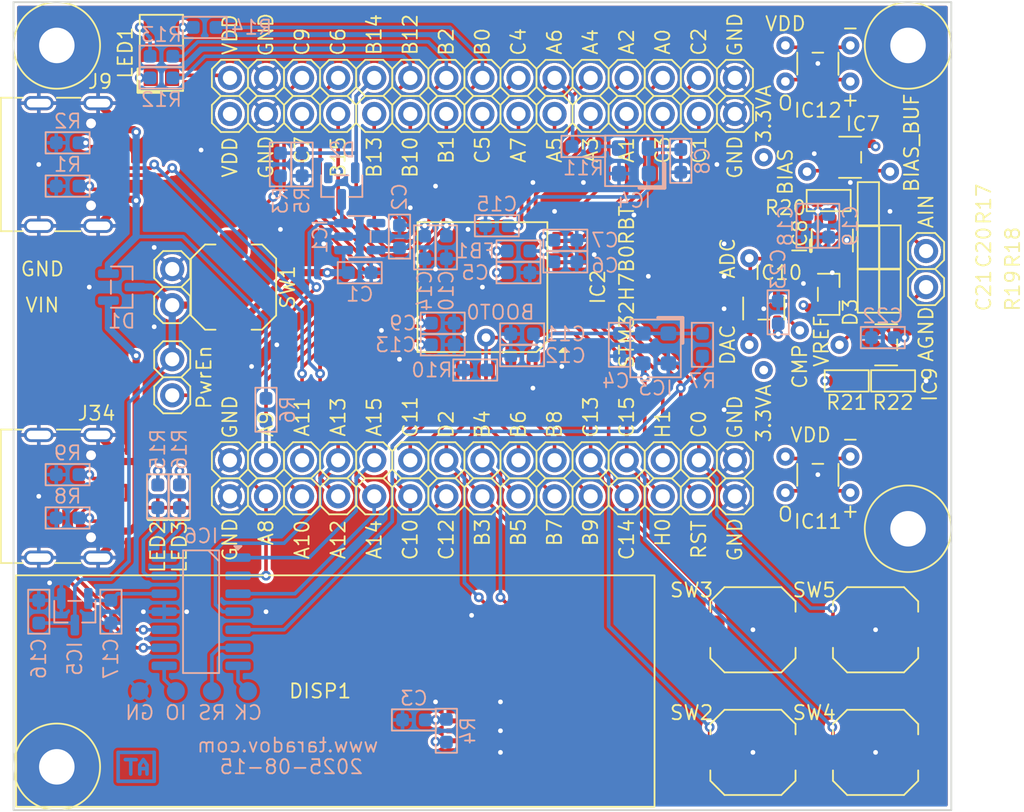
<source format=kicad_pcb>
(kicad_pcb (version 20241229) (generator "pcbnew") (generator_version "9.0")
  (title_block (date "2025-08-16"))
  (layers (0 "F.Cu" signal) (4 "In1.Cu" signal) (6 "In2.Cu" signal) (2 "B.Cu" signal) (13 "F.Paste" user) (15 "B.Paste" user) (5 "F.SilkS" user "F.Silkscreen") (7 "B.SilkS" user "B.Silkscreen") (1 "F.Mask" user) (3 "B.Mask" user) (25 "Edge.Cuts" user))
  (net 0 "")
  (net 1 "GND")
  (net 2 "+3V3")
  (net 3 "/12_MHz")
  (net 4 "/PSSI_RDY")
  (net 5 "/PSSI_DE")
  (net 6 "/BOOT0")
  (net 7 "/SWDIO")
  (net 8 "/RESET")
  (net 9 "/SWCLK")
  (net 10 "/DAC1_OUT2")
  (net 11 "/ADC12_INP5")
  (net 12 "/ADC12_INP4")
  (net 13 "Net-(DISP1-LEDA)")
  (net 14 "/DISP_DC")
  (net 15 "/DISP_SDA")
  (net 16 "/DISP_CS")
  (net 17 "/DISP_RST")
  (net 18 "/DISP_SCL")
  (net 19 "/D_USB_DM")
  (net 20 "/D_USB_DP")
  (net 21 "D_VBUS")
  (net 22 "/VCAP")
  (net 23 "/UART_MCU_TX")
  (net 24 "/UART_MCU_RX")
  (net 25 "/DAP_STATUS")
  (net 26 "/VCP_STATUS")
  (net 27 "T_VBUS")
  (net 28 "/T_USB_DM")
  (net 29 "/T_USB_DP")
  (net 30 "/BTN_PWR")
  (net 31 "/LDO_EN")
  (net 32 "/PWR_EN")
  (net 33 "VIN")
  (net 34 "+3V3_DBG")
  (net 35 "+3V3A")
  (net 36 "Net-(IC7-+)")
  (net 38 "Net-(IC4-OUT)")
  (net 39 "Net-(J9-PadCC1)")
  (net 42 "Net-(J9-PadCC2)")
  (net 43 "Net-(LED2-A)")
  (net 44 "Net-(LED3-A)")
  (net 45 "Net-(R3-Pad2)")
  (net 46 "Net-(LED1-B)")
  (net 47 "Net-(LED1-G)")
  (net 48 "Net-(LED1-R)")
  (net 49 "/LED_R")
  (net 50 "/LED_G")
  (net 51 "/LED_B")
  (net 52 "/Analog/VREF")
  (net 53 "/Analog/ADC_IN")
  (net 54 "/PSSI_D7")
  (net 55 "/PSSI_D4")
  (net 56 "/PSSI_D3")
  (net 57 "/PSSI_CLK")
  (net 58 "/PSSI_D2")
  (net 59 "/PSSI_D1")
  (net 60 "/PSSI_D6")
  (net 61 "/PSSI_D0")
  (net 62 "/PSSI_D5")
  (net 63 "/BTN_1")
  (net 64 "/BTN_2")
  (net 65 "/BTN_3")
  (net 66 "/BTN_4")
  (net 67 "/VBUS_DET")
  (net 68 "Net-(IC11-Pad1)")
  (net 69 "Net-(IC11--)")
  (net 70 "Net-(IC11-+)")
  (net 71 "Net-(IC12-+)")
  (net 72 "Net-(IC12--)")
  (net 73 "Net-(IC8-+)")
  (net 74 "Net-(C20-Pad2)")
  (net 75 "Net-(IC2-PC3)")
  (net 76 "Net-(IC2-PC5)")
  (net 77 "Net-(IC2-PA10)")
  (net 78 "Net-(IC2-PH1{slash}XO)")
  (net 79 "Net-(IC2-PB5)")
  (net 80 "Net-(IC2-PC1)")
  (net 81 "Net-(IC2-PA0)")
  (net 82 "Net-(IC2-PA3)")
  (net 83 "Net-(IC2-PA2)")
  (net 84 "Net-(IC2-PB10)")
  (net 85 "Net-(IC2-PA7)")
  (net 86 "Net-(IC2-PC2)")
  (net 87 "Net-(IC2-PA1)")
  (net 88 "Net-(IC6-PA30{slash}SCK)")
  (net 89 "Net-(IC6-PA31{slash}SIO)")
  (net 90 "Net-(IC6-PA28{slash}RST)")
  (net 91 "Net-(IC7--)")
  (net 92 "Net-(IC8-~{DIS})")
  (net 93 "Net-(IC9-+)")
  (net 94 "Net-(IC10--)")
  (net 95 "Net-(IC10-Pad1)")
  (net 96 "Net-(IC12-Pad1)")
  (net 97 "Net-(J34-PadCC2)")
  (net 99 "Net-(J34-PadCC1)")
  (net 101 "Net-(IC11-V+)")
  (net 102 "Net-(IC12-V+)")
  (footprint "ataradov_misc:TestPoint-1.27mm" (layer "F.Cu") (at 75.692 38.354)
    (property "Reference" "TP7" (hide yes))
    (property "Value" "BIAS_BUF")
  )
  (footprint "ataradov_ic:SOT-23-5" (layer "F.Cu") (at 70.612 59.69 90)
    (property "Reference" "IC11")
    (property "Value" "MCP6001")
  )
  (footprint "ataradov_misc:TestPoint-1.27mm" (layer "F.Cu") (at 65.786 44.45)
    (property "Reference" "TP8" (hide yes))
    (property "Value" "ADC")
  )
  (footprint "ataradov_conn:Pin-2.54mm" (layer "F.Cu") (at 34.29 31.75 180)
    (property "Reference" "J19" (hide yes))
    (property "Value" "C9")
  )
  (footprint "ataradov_misc:TestPoint-1.27mm" (layer "F.Cu") (at 66.802 37.338)
    (property "Reference" "TP13" (hide yes))
    (property "Value" "3.3VA")
  )
  (footprint "ataradov_conn:Pin-2.54mm" (layer "F.Cu") (at 41.91 31.75 180)
    (property "Reference" "J46" (hide yes))
    (property "Value" "B12")
  )
  (footprint "ataradov_misc:TestPoint-1.27mm" (layer "F.Cu") (at 72.898 29.464)
    (property "Reference" "TP21" (hide yes))
    (property "Value" "-")
  )
  (footprint "ataradov_smd:0603" (layer "F.Cu") (at 75.692 46.736 -90)
    (property "Reference" "R19")
    (property "Value" "512K")
  )
  (footprint "ataradov_conn:Pin-2.54mm" (layer "F.Cu") (at 36.83 58.674 180)
    (property "Reference" "J28" (hide yes))
    (property "Value" "A13")
  )
  (footprint "ataradov_conn:Pin-2.54mm" (layer "F.Cu") (at 36.83 61.214 180)
    (property "Reference" "J26" (hide yes))
    (property "Value" "A12")
  )
  (footprint "ataradov_misc:TestPoint-1.27mm" (layer "F.Cu") (at 69.85 38.354)
    (property "Reference" "TP6" (hide yes))
    (property "Value" "BIAS")
  )
  (footprint "ataradov_conn:Pin-2.54mm" (layer "F.Cu") (at 31.75 31.75)
    (property "Reference" "J57" (hide yes))
    (property "Value" "GND")
  )
  (footprint "ataradov_led:PLCC-4" (layer "F.Cu") (at 24.384 29.972 90)
    (property "Reference" "LED1")
    (property "Value" "LED-CA-1R-4G-3B" (hide yes))
  )
  (footprint "ataradov_misc:MH-2.5mm-4.0mm" (layer "F.Cu") (at 76.962 63.5)
    (property "Reference" "MH3" (hide yes))
    (property "Value" "~" (hide yes))
  )
  (footprint "ataradov_conn:Pin-2.54mm" (layer "F.Cu") (at 49.53 61.214 180)
    (property "Reference" "J40" (hide yes))
    (property "Value" "B5")
  )
  (footprint "ataradov_misc:TestPoint-1.27mm" (layer "F.Cu") (at 68.326 29.464)
    (property "Reference" "TP15" (hide yes))
    (property "Value" "VDD")
  )
  (footprint "ataradov_conn:Pin-2.54mm" (layer "F.Cu") (at 78.232 43.942)
    (property "Reference" "J65" (hide yes))
    (property "Value" "AIN")
  )
  (footprint "ataradov_conn:USB-C" (layer "F.Cu") (at 15.748 37.846 -90)
    (property "Reference" "J9")
    (property "Value" "USB-C")
  )
  (footprint "ataradov_ic:TQFP-64-0.5mm" (layer "F.Cu") (at 46.99 46.482 180)
    (property "Reference" "IC2")
    (property "Value" "STM32H7B0RBT")
  )
  (footprint "ataradov_conn:Pin-2.54mm" (layer "F.Cu") (at 57.15 61.214 180)
    (property "Reference" "J29" (hide yes))
    (property "Value" "C14")
  )
  (footprint "ataradov_smd:0603" (layer "F.Cu") (at 74.168 40.64 -90)
    (property "Reference" "R17")
    (property "Value" "512K")
  )
  (footprint "ataradov_conn:Pin-2.54mm" (layer "F.Cu") (at 54.61 58.674 180)
    (property "Reference" "J27" (hide yes))
    (property "Value" "C13")
  )
  (footprint "ataradov_conn:Jumper-2.54mm" (layer "F.Cu") (at 25.146 52.832 -90)
    (property "Reference" "JP1" (hide yes))
    (property "Value" "PwrEn")
  )
  (footprint "ataradov_conn:Pin-2.54mm" (layer "F.Cu") (at 46.99 31.75 180)
    (property "Reference" "J33" (hide yes))
    (property "Value" "B0")
  )
  (footprint "ataradov_switch:TactSwitch-6mm-Sqare-SMD" (layer "F.Cu") (at 74.676 79.248)
    (property "Reference" "SW4")
    (property "Value" "TactSwitch")
  )
  (footprint "ataradov_conn:Pin-2.54mm" (layer "F.Cu") (at 41.91 58.674 180)
    (property "Reference" "J23" (hide yes))
    (property "Value" "C11")
  )
  (footprint "ataradov_conn:Pin-2.54mm" (layer "F.Cu") (at 46.99 61.214 180)
    (property "Reference" "J38" (hide yes))
    (property "Value" "B3")
  )
  (footprint "ataradov_misc:TestPoint-1.27mm" (layer "F.Cu") (at 66.802 52.324)
    (property "Reference" "TP12" (hide yes))
    (property "Value" "3.3VA")
  )
  (footprint "ataradov_conn:Pin-2.54mm" (layer "F.Cu") (at 25.146 45.212)
    (property "Reference" "J52" (hide yes))
    (property "Value" "GND")
  )
  (footprint "ataradov_ic:SOT-23-5" (layer "F.Cu") (at 72.898 37.338)
    (property "Reference" "IC7")
    (property "Value" "MCP6001")
  )
  (footprint "ataradov_conn:Pin-2.54mm" (layer "F.Cu") (at 62.23 34.29 180)
    (property "Reference" "J4" (hide yes))
    (property "Value" "C1")
  )
  (footprint "ataradov_conn:Pin-2.54mm" (layer "F.Cu") (at 29.21 34.29)
    (property "Reference" "J55" (hide yes))
    (property "Value" "VDD")
  )
  (footprint "ataradov_conn:Pin-2.54mm" (layer "F.Cu") (at 49.53 31.75 180)
    (property "Reference" "J11" (hide yes))
    (property "Value" "C4")
  )
  (footprint "ataradov_misc:TestPoint-1.27mm" (layer "F.Cu") (at 65.786 50.546)
    (property "Reference" "TP11" (hide yes))
    (property "Value" "DAC")
  )
  (footprint "ataradov_misc:TestPoint-1.27mm" (layer "F.Cu") (at 72.898 60.96 180)
    (property "Reference" "TP16" (hide yes))
    (property "Value" "+")
  )
  (footprint "ataradov_conn:Pin-2.54mm" (layer "F.Cu") (at 78.232 46.482)
    (property "Reference" "J66" (hide yes))
    (property "Value" "AGND")
  )
  (footprint "ataradov_conn:Pin-2.54mm" (layer "F.Cu") (at 52.07 31.75 180)
    (property "Reference" "J14" (hide yes))
    (property "Value" "A6")
  )
  (footprint "ataradov_misc:TestPoint-1.27mm" (layer "F.Cu") (at 72.898 58.42)
    (property "Reference" "TP20" (hide yes))
    (property "Value" "-")
  )
  (footprint "ataradov_conn:Pin-2.54mm" (layer "F.Cu") (at 49.53 34.29 180)
    (property "Reference" "J16" (hide yes))
    (property "Value" "A7")
  )
  (footprint "ataradov_misc:MH-2.5mm-4.0mm" (layer "F.Cu") (at 17.018 29.464)
    (property "Reference" "MH1" (hide yes))
    (property "Value" "~" (hide yes))
  )
  (footprint "ataradov_conn:Pin-2.54mm" (layer "F.Cu") (at 64.77 61.214 180)
    (property "Reference" "J64" (hide yes))
    (property "Value" "GND")
  )
  (footprint "ataradov_conn:Pin-2.54mm" (layer "F.Cu") (at 39.37 31.75 180)
    (property "Reference" "J48" (hide yes))
    (property "Value" "B14")
  )
  (footprint "ataradov_conn:Pin-2.54mm" (layer "F.Cu") (at 29.21 61.214 180)
    (property "Reference" "J62" (hide yes))
    (property "Value" "GND")
  )
  (footprint "ataradov_conn:Pin-2.54mm" (layer "F.Cu") (at 54.61 31.75 180)
    (property "Reference" "J10" (hide yes))
    (property "Value" "A4")
  )
  (footprint "ataradov_conn:Pin-2.54mm" (layer "F.Cu") (at 46.99 58.674 180)
    (property "Reference" "J39" (hide yes))
    (property "Value" "B4")
  )
  (footprint "ataradov_ic:SOT-23" (layer "F.Cu") (at 71.374 46.99)
    (property "Reference" "D3")
    (property "Value" "BAT54S")
  )
  (footprint "ataradov_conn:Pin-2.54mm" (layer "F.Cu") (at 64.77 58.674 180)
    (property "Reference" "J61" (hide yes))
    (property "Value" "GND")
  )
  (footprint "ataradov_conn:Pin-2.54mm" (layer "F.Cu") (at 29.21 31.75)
    (property "Reference" "J56" (hide yes))
    (property "Value" "VDD")
  )
  (footprint "ataradov_conn:Pin-2.54mm" (layer "F.Cu") (at 31.75 34.29)
    (property "Reference" "J58" (hide yes))
    (property "Value" "GND")
  )
  (footprint "ataradov_smd:0603" (layer "F.Cu") (at 75.692 43.688 -90)
    (property "Reference" "R18")
    (property "Value" "512K")
  )
  (footprint "ataradov_conn:Pin-2.54mm" (layer "F.Cu") (at 41.91 61.214 180)
    (property "Reference" "J21" (hide yes))
    (property "Value" "C10")
  )
  (footprint "ataradov_misc:TestPoint-1.27mm" (layer "F.Cu") (at 68.326 60.96 180)
    (property "Reference" "TP18" (hide yes))
    (property "Value" "O")
  )
  (footprint "ataradov_conn:Pin-2.54mm" (layer "F.Cu") (at 44.45 58.674 180)
    (property "Reference" "J50" (hide yes))
    (property "Value" "D2")
  )
  (footprint "ataradov_conn:Pin-2.54mm" (layer "F.Cu") (at 62.23 58.674 180)
    (property "Reference" "J2" (hide yes))
    (property "Value" "C0")
  )
  (footprint "ataradov_smd:0603" (layer "F.Cu") (at 74.168 43.688 -90)
    (property "Reference" "C20")
    (property "Value" "DNP")
  )
  (footprint "ataradov_conn:Pin-2.54mm" (layer "F.Cu") (at 57.15 34.29 180)
    (property "Reference" "J3" (hide yes))
    (property "Value" "A1")
  )
  (footprint "ataradov_display:ER-TFT1.65-2-TOP" (layer "F.Cu") (at 35.56 74.93)
    (property "Reference" "DISP1")
    (property "Value" "ER-TFT1.65-2")
  )
  (footprint "ataradov_conn:Pin-2.54mm" (layer "F.Cu") (at 36.83 31.75 180)
    (property "Reference" "J15" (hide yes))
    (property "Value" "C6")
  )
  (footprint "ataradov_conn:Pin-2.54mm" (layer "F.Cu") (at 52.07 58.674 180)
    (property "Reference" "J43" (hide yes))
    (property "Value" "B8")
  )
  (footprint "ataradov_smd:0603" (layer "F.Cu") (at 71.374 40.386)
    (property "Reference" "R20")
    (property "Value" "10K")
  )
  (footprint "ataradov_conn:Pin-2.54mm" (layer "F.Cu") (at 62.23 31.75 180)
    (property "Reference" "J6" (hide yes))
    (property "Value" "C2")
  )
  (footprint "ataradov_conn:Pin-2.54mm" (layer "F.Cu") (at 64.77 34.29 180)
    (property "Reference" "J59" (hide yes))
    (property "Value" "GND")
  )
  (footprint "ataradov_conn:Pin-2.54mm" (layer "F.Cu") (at 62.23 61.214 180)
    (property "Reference" "J37" (hide yes))
    (property "Value" "RST")
  )
  (footprint "ataradov_conn:Pin-2.54mm" (layer "F.Cu") (at 25.146 47.752)
    (property "Reference" "J51" (hide yes))
    (property "Value" "VIN")
  )
  (footprint "ataradov_conn:Pin-2.54mm" (layer "F.Cu") (at 31.75 58.674 180)
    (property "Reference" "J20" (hide yes))
    (property "Value" "A9")
  )
  (footprint "ataradov_switch:TactSwitch-6mm-Sqare-SMD" (layer "F.Cu") (at 74.676 70.612)
    (property "Reference" "SW5")
    (property "Value" "TactSwitch")
  )
  (footprint "ataradov_switch:TactSwitch-6mm-Sqare-SMD" (layer "F.Cu") (at 66.04 79.248)
    (property "Reference" "SW2")
    (property "Value" "TactSwitch")
  )
  (footprint "ataradov_conn:Pin-2.54mm" (layer "F.Cu") (at 59.69 34.29 180)
    (property "Reference" "J8" (hide yes))
    (property "Value" "C3")
  )
  (footprint "ataradov_misc:TestPoint-1.27mm" (layer "F.Cu") (at 68.326 32.004 180)
    (property "Reference" "TP19" (hide yes))
    (property "Value" "O")
  )
  (footprint "ataradov_conn:Pin-2.54mm" (layer "F.Cu") (at 49.53 58.674 180)
    (property "Reference" "J41" (hide yes))
    (property "Value" "B6")
  )
  (footprint "ataradov_conn:Pin-2.54mm" (layer "F.Cu") (at 34.29 34.29 180)
    (property "Reference" "J17" (hide yes))
    (property "Value" "C7")
  )
  (footprint "ataradov_switch:TactSwitch-6mm-Sqare-SMD" (layer "F.Cu") (at 29.464 46.482 90)
    (property "Reference" "SW1")
    (property "Value" "TactSwitch")
  )
  (footprint "ataradov_misc:TestPoint-1.27mm" (layer "F.Cu") (at 72.898 32.004 180)
    (property "Reference" "TP17" (hide yes))
    (property "Value" "+")
  )
  (footprint "ataradov_smd:0603" (layer "F.Cu") (at 75.908 53.086)
    (property "Reference" "R22")
    (property "Value" "TBD")
  )
  (footprint "ataradov_conn:Pin-2.54mm" (layer "F.Cu") (at 46.99 34.29 180)
    (property "Reference" "J13" (hide yes))
    (property "Value" "C5")
  )
  (footprint "ataradov_ic:SOT-23-5" (layer "F.Cu") (at 75.438 50.546)
    (property "Reference" "IC9")
    (property "Value" "MCP6001")
  )
  (footprint "ataradov_misc:TestPoint-1.27mm" (layer "F.Cu") (at 68.326 58.42)
    (property "Reference" "TP14" (hide yes))
    (property "Value" "VDD")
  )
  (footprint "ataradov_conn:Pin-2.54mm" (layer "F.Cu") (at 57.15 58.674 180)
    (property "Reference" "J31" (hide yes))
    (property "Value" "C15")
  )
  (footprint "ataradov_conn:Pin-2.54mm" (layer "F.Cu") (at 59.69 61.214 180)
    (property "Reference" "J53" (hide yes))
    (property "Value" "H0")
  )
  (footprint "ataradov_ic:SOT-23-5" (layer "F.Cu") (at 70.612 30.734 90)
    (property "Reference" "IC12")
    (property "Value" "MCP6001")
  )
  (footprint "ataradov_conn:Pin-2.54mm" (layer "F.Cu") (at 52.07 61.214 180)
    (property "Reference" "J42" (hide yes))
    (property "Value" "B7")
  )
  (footprint "ataradov_conn:Pin-2.54mm" (layer "F.Cu") (at 39.37 34.29 180)
    (property "Reference" "J47" (hide yes))
    (property "Value" "B13")
  )
  (footprint "ataradov_smd:0603" (layer "F.Cu") (at 74.168 46.736 -90)
    (property "Reference" "C21")
    (property "Value" "DNP")
  )
  (footprint "ataradov_conn:Pin-2.54mm" (layer "F.Cu") (at 44.45 31.75 180)
    (property "Reference" "J36" (hide yes))
    (property "Value" "B2")
  )
  (footprint "ataradov_conn:Pin-2.54mm" (layer "F.Cu") (at 54.61 61.214 180)
    (property "Reference" "J44" (hide yes))
    (property "Value" "B9")
  )
  (footprint "ataradov_smd:0603_LED" (layer "F.Cu") (at 24.13 61.214 90)
    (property "Reference" "LED2")
    (property "Value" "Orange")
  )
  (footprint "ataradov_misc:TestPoint-1.27mm" (layer "F.Cu") (at 72.136 50.546)
    (property "Reference" "TP9" (hide yes))
    (property "Value" "VREF")
  )
  (footprint "ataradov_conn:Pin-2.54mm" (layer "F.Cu") (at 34.29 58.674 180)
    (property "Reference" "J24" (hide yes))
    (property "Value" "A11")
  )
  (footprint "ataradov_switch:TactSwitch-6mm-Sqare-SMD" (layer "F.Cu") (at 66.04 70.612)
    (property "Reference" "SW3")
    (property "Value" "TactSwitch")
  )
  (footprint "ataradov_misc:MH-2.5mm-4.0mm" (layer "F.Cu") (at 17.018 80.264)
    (property "Reference" "MH4" (hide yes))
    (property "Value" "~" (hide yes))
  )
  (footprint "ataradov_misc:MH-2.5mm-4.0mm" (layer "F.Cu") (at 76.962 29.464)
    (property "Reference" "MH2" (hide yes))
    (property "Value" "~" (hide yes))
  )
  (footprint "ataradov_conn:Pin-2.54mm" (layer "F.Cu") (at 34.29 61.214 180)
    (property "Reference" "J22" (hide yes))
    (property "Value" "A10")
  )
  (footprint "ataradov_ic:SOT-23-5" (layer "F.Cu") (at 66.802 48.006 -90)
    (property "Reference" "IC10")
    (property "Value" "LMV7219")
  )
  (footprint "ataradov_conn:Pin-2.54mm" (layer "F.Cu") (at 59.69 31.75 180)
    (property "Reference" "J1" (hide yes))
    (property "Value" "A0")
  )
  (footprint "ataradov_conn:Pin-2.54mm" (layer "F.Cu") (at 54.61 34.29 180)
    (property "Reference" "J7" (hide yes))
    (property "Value" "A3")
  )
  (footprint "ataradov_conn:Pin-2.54mm" (layer "F.Cu") (at 29.21 58.674 180)
    (property "Reference" "J60" (hide yes))
    (property "Value" "GND")
  )
  (footprint "ataradov_smd:0603" (layer "F.Cu") (at 72.644 53.086)
    (property "Reference" "R21")
    (property "Value" "TBD")
  )
  (footprint "ataradov_conn:Pin-2.54mm" (layer "F.Cu") (at 39.37 58.674 180)
    (property "Reference" "J32" (hide yes))
    (property "Value" "A15")
  )
  (footprint "ataradov_conn:Pin-2.54mm" (layer "F.Cu") (at 52.07 34.29 180)
    (property "Reference" "J12" (hide yes))
    (property "Value" "A5")
  )
  (footprint "ataradov_conn:Pin-2.54mm" (layer "F.Cu") (at 41.91 34.29 180)
    (property "Reference" "J45" (hide yes))
    (property "Value" "B10")
  )
  (footprint "ataradov_conn:Pin-2.54mm" (layer "F.Cu") (at 59.69 58.674 180)
    (property "Reference" "J54" (hide yes))
    (property "Value" "H1")
  )
  (footprint "ataradov_conn:USB-C" (layer "F.Cu") (at 15.748 61.214 -90)
    (property "Reference" "J34")
    (property "Value" "USB-C")
  )
  (footprint "ataradov_conn:Pin-2.54mm" (layer "F.Cu") (at 57.15 31.75 180)
    (property "Reference" "J5" (hide yes))
    (property "Value" "A2")
  )
  (footprint "ataradov_conn:Pin-2.54mm" (layer "F.Cu") (at 44.45 34.29 180)
    (property "Reference" "J35" (hide yes))
    (property "Value" "B1")
  )
  (footprint "ataradov_conn:Pin-2.54mm" (layer "F.Cu") (at 44.45 61.214 180)
    (property "Reference" "J25" (hide yes))
    (property "Value" "C12")
  )
  (footprint "ataradov_conn:Pin-2.54mm" (layer "F.Cu") (at 36.83 34.29 180)
    (property "Reference" "J49" (hide yes))
    (property "Value" "B15")
  )
  (footprint "ataradov_ic:SOT-23-6" (layer "F.Cu") (at 71.628 43.18 90)
    (property "Reference" "IC8")
    (property "Value" "LMH6611")
  )
  (footprint "ataradov_misc:TestPoint-1.27mm" (layer "F.Cu") (at 69.342 49.53)
    (property "Reference" "TP10" (hide yes))
    (property "Value" "CMP")
  )
  (footprint "ataradov_smd:0603_LED" (layer "F.Cu") (at 25.654 61.214 90)
    (property "Reference" "LED3")
    (property "Value" "Green")
  )
  (footprint "ataradov_conn:Pin-2.54mm" (layer "F.Cu") (at 31.75 61.214 180)
    (property "Reference" "J18" (hide yes))
    (property "Value" "A8")
  )
  (footprint "ataradov_conn:Pin-2.54mm" (layer "F.Cu") (at 39.37 61.214 180)
    (property "Reference" "J30" (hide yes))
    (property "Value" "A14")
  )
  (footprint "ataradov_conn:Pin-2.54mm" (layer "F.Cu") (at 64.77 31.75 180)
    (property "Reference" "J63" (hide yes))
    (property "Value" "GND")
  )
  (footprint "ataradov_smd:0603" (layer "B.Cu") (at 44.45 43.688 -90)
    (property "Reference" "C10")
    (property "Value" "2.2uF")
  )
  (footprint "ataradov_smd:0603" (layer "B.Cu") (at 71.374 42.164 -90)
    (property "Reference" "C19")
    (property "Value" "100nF")
  )
  (footprint "ataradov_smd:0603" (layer "B.Cu") (at 62.484 50.546 -90)
    (property "Reference" "R7")
    (property "Value" "10K")
  )
  (footprint "ataradov_smd:0603" (layer "B.Cu") (at 49.53 43.942)
    (property "Reference" "FB1")
    (property "Value" "470 Ohm")
  )
  (footprint "ataradov_smd:0603" (layer "B.Cu") (at 44.196 49.022)
    (property "Reference" "C9")
    (property "Value" "2.2uF")
  )
  (footprint "ataradov_misc:Logo-Small" (layer "B.Cu") (at 22.606 80.264 180)
    (property "Reference" "Logo1" (hide yes))
    (property "Value" "Logo" (hide yes))
  )
  (footprint "ataradov_smd:0603" (layer "B.Cu") (at 42.926 43.688 -90)
    (property "Reference" "C14")
    (property "Value" "100nF")
  )
  (footprint "ataradov_smd:0603" (layer "B.Cu") (at 49.53 45.466)
    (property "Reference" "C5")
    (property "Value" "100nF")
  )
  (footprint "ataradov_misc:TestPoint-1.27mm-SMD" (layer "B.Cu") (at 27.94 74.93 90)
    (property "Reference" "TP2" (hide yes))
    (property "Value" "RS")
  )
  (footprint "ataradov_smd:0603" (layer "B.Cu") (at 17.78 39.37 180)
    (property "Reference" "R1")
    (property "Value" "5.1K")
  )
  (footprint "ataradov_smd:0603" (layer "B.Cu") (at 38.354 45.466)
    (property "Reference" "C1")
    (property "Value" "1uF")
  )
  (footprint "ataradov_smd:0603" (layer "B.Cu") (at 60.96 37.592 -90)
    (property "Reference" "C8")
    (property "Value" "100nF")
  )
  (footprint "ataradov_smd:0603" (layer "B.Cu") (at 56.642 50.546 -90)
    (property "Reference" "C4")
    (property "Value" "100nF")
  )
  (footprint "ataradov_smd:0603" (layer "B.Cu") (at 34.29 37.846 -90)
    (property "Reference" "R5")
    (property "Value" "5.6K")
  )
  (footprint "ataradov_smd:0603" (layer "B.Cu") (at 75.184 50.038 180)
    (property "Reference" "C22")
    (property "Value" "100nF")
  )
  (footprint "ataradov_smd:0603" (layer "B.Cu") (at 25.654 61.214 90)
    (property "Reference" "R16")
    (property "Value" "20K")
  )
  (footprint "ataradov_ic:SOT-23" (layer "B.Cu") (at 21.59 46.482)
    (property "Reference" "D1")
    (property "Value" "BAT54C")
  )
  (footprint "ataradov_smd:0603" (layer "B.Cu") (at 48.006 42.164 180)
    (property "Reference" "C15")
    (property "Value" "4.7uF")
  )
  (footprint "ataradov_smd:0603" (layer "B.Cu") (at 42.164 76.962 180)
    (property "Reference" "C3")
    (property "Value" "1uF")
  )
  (footprint "ataradov_ic:CDFN-4-3.2x2.5mm" (layer "B.Cu") (at 57.658 37.592 180)
    (property "Reference" "IC4")
    (property "Value" "50 MHz")
  )
  (footprint "ataradov_ic:SOT-23" (layer "B.Cu") (at 37.084 39.37 -90)
    (property "Reference" "D2")
    (property "Value" "BAT54C")
  )
  (footprint "ataradov_misc:TestPoint-1.27mm-SMD" (layer "B.Cu") (at 22.86 74.93 90)
    (property "Reference" "TP5" (hide yes))
    (property "Value" "GN")
  )
  (footprint "ataradov_smd:0603" (layer "B.Cu") (at 17.78 36.322 180)
    (property "Reference" "R2")
    (property "Value" "5.1K")
  )
  (footprint "ataradov_smd:0603" (layer "B.Cu") (at 31.75 55.118 90)
    (property "Reference" "R6")
    (property "Value" "100")
  )
  (footprint "ataradov_smd:0603" (layer "B.Cu") (at 20.828 69.342 -90)
    (property "Reference" "C17")
    (property "Value" "1uF")
  )
  (footprint "ataradov_smd:0603" (layer "B.Cu") (at 52.832 44.704)
    (property "Reference" "C6")
    (property "Value" "1uF")
  )
  (footprint "ataradov_misc:TestPoint-1.27mm-SMD" (layer "B.Cu") (at 30.48 74.93 90)
    (property "Reference" "TP3" (hide yes))
    (property "Value" "CK")
  )
  (footprint "ataradov_smd:0603" (layer "B.Cu") (at 54.102 36.576)
    (property "Reference" "R11")
    (property "Value" "100")
  )
  (footprint "ataradov_smd:0603" (layer "B.Cu") (at 24.13 61.214 90)
    (property "Reference" "R15")
    (property "Value" "20K")
  )
  (footprint "ataradov_smd:0603" (layer "B.Cu") (at 44.196 50.546)
    (property "Reference" "C13")
    (property "Value" "100nF")
  )
  (footprint "ataradov_smd:0603" (layer "B.Cu") (at 41.148 42.926 90)
    (property "Reference" "C2")
    (property "Value" "1uF")
  )
  (footprint "ataradov_smd:0603" (layer "B.Cu") (at 27.432 28.194 180)
    (property "Reference" "R14")
    (property "Value" "1K")
  )
  (footprint "ataradov_misc:TestPoint-1.27mm-SMD" (layer "B.Cu") (at 25.4 74.93 90)
    (property "Reference" "TP4" (hide yes))
    (property "Value" "IO")
  )
  (footprint "ataradov_smd:0603" (layer "B.Cu") (at 17.78 59.69 180)
    (property "Reference" "R9")
    (property "Value" "5.1K")
  )
  (footprint "ataradov_smd:0603" (layer "B.Cu") (at 24.384 31.75 180)
    (property "Reference" "R12")
    (property "Value" "1K")
  )
  (footprint "ataradov_ic:CDFN-4-3.2x2.5mm" (layer "B.Cu") (at 59.182 50.8 -90)
    (property "Reference" "IC3")
    (property "Value" "12 MHz")
  )
  (footprint "ataradov_smd:0603" (layer "B.Cu") (at 69.85 42.164 -90)
    (property "Reference" "C18")
    (property "Value" "1uF")
  )
  (footprint "ataradov_smd:0603" (layer "B.Cu") (at 49.784 49.784 180)
    (property "Reference" "C11")
    (property "Value" "100nF")
  )
  (footprint "ataradov_smd:0603" (layer "B.Cu") (at 32.766 37.846 90)
    (property "Reference" "R3")
    (property "Value" "3.3K")
  )
  (footprint "ataradov_misc:TestPoint-1.27mm" (layer "B.Cu") (at 47.244 50.038)
    (property "Reference" "TP1" (hide yes))
    (property "Value" "BOOT0")
  )
  (footprint "ataradov_smd:0603" (layer "B.Cu") (at 49.784 51.308 180)
    (property "Reference" "C12")
    (property "Value" "100nF")
  )
  (footprint "ataradov_smd:0603" (layer "B.Cu") (at 15.748 69.342 90)
    (property "Reference" "C16")
    (property "Value" "1uF")
  )
  (footprint "ataradov_smd:0603" (layer "B.Cu") (at 46.482 52.324)
    (property "Reference" "R10")
    (property "Value" "10K")
  )
  (footprint "ataradov_smd:0603" (layer "B.Cu") (at 24.384 30.226 180)
    (property "Reference" "R13")
    (property "Value" "1K")
  )
  (footprint "ataradov_ic:SOIC-14" (layer "B.Cu") (at 27.178 69.342 180)
    (property "Reference" "IC6")
    (property "Value" "ATSAMD11C")
  )
  (footprint "ataradov_ic:SOT-23-5" (layer "B.Cu") (at 38.354 42.926)
    (property "Reference" "IC1")
    (property "Value" "MIC5504")
  )
  (footprint "ataradov_smd:0603" (layer "B.Cu") (at 67.818 48.26 90)
    (property "Reference" "C23")
    (property "Value" "100nF")
  )
  (footprint "ataradov_ic:SOT-23" (layer "B.Cu") (at 18.288 69.342 -90)
    (property "Reference" "IC5")
    (property "Value" "SC662K")
  )
  (footprint "ataradov_smd:0603" (layer "B.Cu") (at 52.832 43.18)
    (property "Reference" "C7")
    (property "Value" "100nF")
  )
  (footprint "ataradov_smd:0603" (layer "B.Cu") (at 44.45 77.724 -90)
    (property "Reference" "R4")
    (property "Value" "100")
  )
  (footprint "ataradov_smd:0603" (layer "B.Cu") (at 17.78 62.738 180)
    (property "Reference" "R8")
    (property "Value" "5.1K")
  )
  (gr_circle (center 76.962 63.5) (end 80.01 63.5) (stroke (width 0.127)) (fill no) (layer "F.SilkS"))
  (gr_circle (center 17.018 29.464) (end 20.066 29.464) (stroke (width 0.127)) (fill no) (layer "F.SilkS"))
  (gr_circle (center 17.018 80.264) (end 20.066 80.264) (stroke (width 0.127)) (fill no) (layer "F.SilkS"))
  (gr_circle (center 76.962 29.464) (end 80.01 29.464) (stroke (width 0.127)) (fill no) (layer "F.SilkS"))
  (gr_rect (start 13.97 26.416) (end 80.01 83.312) (stroke (width 0.127)) (fill no) (layer "Edge.Cuts"))
  (gr_text "STM32H7B0RBT" (at 57.15 46.482 90) (layer "F.SilkS") (effects (font (size 1 1) (thickness 0.127))))
  (gr_text "2025-08-15" (at 33.528 80.264 0) (layer "B.SilkS") (effects (font (size 1 1) (thickness 0.127)) (justify mirror)))
  (gr_text "www.taradov.com" (at 33.274 78.74 0) (layer "B.SilkS") (effects (font (size 1 1) (thickness 0.127)) (justify mirror)))
  (segment (start 20.879 57.964) (end 20.879 57.845) (width 0.254) (layer "F.Cu") (net 1))
  (segment (start 20.879 41.215) (end 19.928 42.166) (width 0.508) (layer "F.Cu") (net 1))
  (segment (start 20.879 64.583) (end 19.928 65.534) (width 0.508) (layer "F.Cu") (net 1))
  (segment (start 20.879 57.845) (end 19.928 56.894) (width 0.508) (layer "F.Cu") (net 1))
  (segment (start 20.879 64.464) (end 20.879 64.583) (width 0.254) (layer "F.Cu") (net 1))
  (segment (start 20.879 34.596) (end 20.879 34.477) (width 0.254) (layer "F.Cu") (net 1))
  (segment (start 20.879 41.096) (end 20.879 41.215) (width 0.254) (layer "F.Cu") (net 1))
  (segment (start 20.879 34.477) (end 19.928 33.526) (width 0.508) (layer "F.Cu") (net 1))
  (via (at 64.008 45.72) (size 0.6858) (drill 0.3302) (layers "F.Cu" "B.Cu") (net 1))
  (via (at 43.688 45.212) (size 0.6858) (drill 0.3302) (layers "F.Cu" "B.Cu") (net 1))
  (via (at 71.628 45.466) (size 0.6858) (drill 0.3302) (layers "F.Cu" "B.Cu") (net 1))
  (via (at 70.612 30.734) (size 0.6858) (drill 0.3302) (layers "F.Cu" "B.Cu") (net 1))
  (via (at 23.876 43.688) (size 0.6858) (drill 0.3302) (layers "F.Cu" "B.Cu") (net 1))
  (via (at 41.148 51.562) (size 0.6858) (drill 0.3302) (layers "F.Cu" "B.Cu") (net 1))
  (via (at 64.008 43.434) (size 0.6858) (drill 0.3302) (layers "F.Cu" "B.Cu") (net 1))
  (via (at 72.898 39.116) (size 0.6858) (drill 0.3302) (layers "F.Cu" "B.Cu") (net 1))
  (via (at 58.674 45.72) (size 0.6858) (drill 0.3302) (layers "F.Cu" "B.Cu") (net 1))
  (via (at 70.612 59.69) (size 0.6858) (drill 0.3302) (layers "F.Cu" "B.Cu") (net 1))
  (via (at 32.512 50.546) (size 0.6858) (drill 0.3302) (layers "F.Cu" "B.Cu") (net 1))
  (via (at 23.114 69.342) (size 0.6858) (drill 0.3302) (layers "F.Cu" "B.Cu") (net 1))
  (via (at 32.766 42.418) (size 0.6858) (drill 0.3302) (layers "F.Cu" "B.Cu") (net 1))
  (via (at 66.04 79.248) (size 0.6858) (drill 0.3302) (layers "F.Cu" "B.Cu") (net 1))
  (via (at 50.546 53.594) (size 0.6858) (drill 0.3302) (layers "F.Cu" "B.Cu") (net 1))
  (via (at 69.596 46.228) (size 0.6858) (drill 0.3302) (layers "F.Cu" "B.Cu") (net 1))
  (via (at 46.228 69.596) (size 0.6858) (drill 0.3302) (layers "F.Cu" "B.Cu") (net 1))
  (via (at 15.748 37.846) (size 0.6858) (drill 0.3302) (layers "F.Cu" "B.Cu") (net 1))
  (via (at 19.304 46.482) (size 0.6858) (drill 0.3302) (layers "F.Cu" "B.Cu") (net 1))
  (via (at 54.102 39.116) (size 0.6858) (drill 0.3302) (layers "F.Cu" "B.Cu") (net 1))
  (via (at 66.04 70.612) (size 0.6858) (drill 0.3302) (layers "F.Cu" "B.Cu") (net 1))
  (via (at 16.51 67.31) (size 0.6858) (drill 0.3302) (layers "F.Cu" "B.Cu") (net 1))
  (via (at 46.99 46.482) (size 0.6858) (drill 0.3302) (layers "F.Cu" "B.Cu") (net 1))
  (via (at 23.876 49.276) (size 0.6858) (drill 0.3302) (layers "F.Cu" "B.Cu") (net 1))
  (via (at 45.72 49.784) (size 0.6858) (drill 0.3302) (layers "F.Cu" "B.Cu") (net 1))
  (via (at 52.578 52.07) (size 0.6858) (drill 0.3302) (layers "F.Cu" "B.Cu") (net 1))
  (via (at 48.26 77.724) (size 0.6858) (drill 0.3302) (layers "F.Cu" "B.Cu") (net 1))
  (via (at 27.178 36.83) (size 0.6858) (drill 0.3302) (layers "F.Cu" "B.Cu") (net 1))
  (via (at 48.26 79.248) (size 0.6858) (drill 0.3302) (layers "F.Cu" "B.Cu") (net 1))
  (via (at 72.644 43.18) (size 0.6858) (drill 0.3302) (layers "F.Cu" "B.Cu") (net 1))
  (via (at 63.5 37.846) (size 0.6858) (drill 0.3302) (layers "F.Cu" "B.Cu") (net 1))
  (via (at 52.07 41.148) (size 0.6858) (drill 0.3302) (layers "F.Cu" "B.Cu") (net 1))
  (via (at 64.008 55.118) (size 0.6858) (drill 0.3302) (layers "F.Cu" "B.Cu") (net 1))
  (via (at 35.814 43.434) (size 0.6858) (drill 0.3302) (layers "F.Cu" "B.Cu") (net 1))
  (via (at 48.26 75.692) (size 0.6858) (drill 0.3302) (layers "F.Cu" "B.Cu") (net 1))
  (via (at 75.692 41.148) (size 0.6858) (drill 0.3302) (layers "F.Cu" "B.Cu") (net 1))
  (via (at 45.974 42.418) (size 0.6858) (drill 0.3302) (layers "F.Cu" "B.Cu") (net 1))
  (via (at 43.688 39.37) (size 0.6858) (drill 0.3302) (layers "F.Cu" "B.Cu") (net 1))
  (via (at 50.546 39.116) (size 0.6858) (drill 0.3302) (layers "F.Cu" "B.Cu") (net 1))
  (via (at 15.748 61.214) (size 0.6858) (drill 0.3302) (layers "F.Cu" "B.Cu") (net 1))
  (via (at 78.232 53.086) (size 0.6858) (drill 0.3302) (layers "F.Cu" "B.Cu") (net 1))
  (via (at 64.008 48.006) (size 0.6858) (drill 0.3302) (layers "F.Cu" "B.Cu") (net 1))
  (via (at 26.162 69.342) (size 0.6858) (drill 0.3302) (layers "F.Cu" "B.Cu") (net 1))
  (via (at 70.358 37.084) (size 0.6858) (drill 0.3302) (layers "F.Cu" "B.Cu") (net 1))
  (via (at 74.676 79.248) (size 0.6858) (drill 0.3302) (layers "F.Cu" "B.Cu") (net 1))
  (via (at 74.676 70.612) (size 0.6858) (drill 0.3302) (layers "F.Cu" "B.Cu") (net 1))
  (via (at 66.802 48.006) (size 0.6858) (drill 0.3302) (layers "F.Cu" "B.Cu") (net 1))
  (via (at 31.75 69.342) (size 0.6858) (drill 0.3302) (layers "F.Cu" "B.Cu") (net 1))
  (via (at 54.864 44.196) (size 0.6858) (drill 0.3302) (layers "F.Cu" "B.Cu") (net 1))
  (via (at 43.688 75.692) (size 0.6858) (drill 0.3302) (layers "F.Cu" "B.Cu") (net 1))
  (via (at 57.658 41.402) (size 0.6858) (drill 0.3302) (layers "F.Cu" "B.Cu") (net 1))
  (via (at 30.734 52.07) (size 0.6858) (drill 0.3302) (layers "F.Cu" "B.Cu") (net 1))
  (via (at 41.91 40.894) (size 0.6858) (drill 0.3302) (layers "F.Cu" "B.Cu") (net 1))
  (via (at 39.878 49.53) (size 0.6858) (drill 0.3302) (layers "F.Cu" "B.Cu") (net 1))
  (segment (start 50.74 50.86) (end 50.74 52.1445) (width 0.254) (layer "F.Cu") (net 2))
  (segment (start 51.368 50.232) (end 52.6525 50.232) (width 0.254) (layer "F.Cu") (net 2))
  (segment (start 49.53 42.164) (end 49.74 41.954) (width 0.254) (layer "F.Cu") (net 2))
  (segment (start 43.756 77.03) (end 43.688 76.962) (width 0.254) (layer "F.Cu") (net 2))
  (segment (start 42.358 50.232) (end 42.672 50.546) (width 0.254) (layer "F.Cu") (net 2))
  (segment (start 41.3275 50.232) (end 42.358 50.232) (width 0.254) (layer "F.Cu") (net 2))
  (segment (start 51.054 50.546) (end 51.368 50.232) (width 0.254) (layer "F.Cu") (net 2))
  (segment (start 46.06 77.03) (end 43.756 77.03) (width 0.254) (layer "F.Cu") (net 2))
  (segment (start 43.24 41.85) (end 43.24 40.8195) (width 0.254) (layer "F.Cu") (net 2))
  (segment (start 29.032 31.572) (end 29.21 31.75) (width 0.254) (layer "F.Cu") (net 2))
  (segment (start 49.74 41.954) (end 49.74 40.8195) (width 0.254) (layer "F.Cu") (net 2))
  (segment (start 25.134 31.572) (end 29.032 31.572) (width 0.254) (layer "F.Cu") (net 2))
  (segment (start 51.054 50.546) (end 50.74 50.86) (width 0.254) (layer "F.Cu") (net 2))
  (segment (start 42.926 42.164) (end 43.24 41.85) (width 0.254) (layer "F.Cu") (net 2))
  (via (at 48.006 43.942) (size 0.6858) (drill 0.3302) (layers "F.Cu" "B.Cu") (net 2))
  (via (at 48.006 45.466) (size 0.6858) (drill 0.3302) (layers "F.Cu" "B.Cu") (net 2))
  (via (at 49.53 42.164) (size 0.6858) (drill 0.3302) (layers "F.Cu" "B.Cu") (net 2))
  (via (at 51.054 50.546) (size 0.6858) (drill 0.3302) (layers "F.Cu" "B.Cu") (net 2))
  (via (at 43.688 76.962) (size 0.6858) (drill 0.3302) (layers "F.Cu" "B.Cu") (net 2))
  (via (at 42.672 50.546) (size 0.6858) (drill 0.3302) (layers "F.Cu" "B.Cu") (net 2))
  (via (at 42.926 42.164) (size 0.6858) (drill 0.3302) (layers "F.Cu" "B.Cu") (net 2))
  (segment (start 42.456 42.888) (end 42.926 42.888) (width 0.254) (layer "B.Cu") (net 2))
  (segment (start 50.584 51.308) (end 50.584 51.016) (width 0.254) (layer "B.Cu") (net 2))
  (segment (start 50.584 51.016) (end 51.054 50.546) (width 0.254) (layer "B.Cu") (net 2))
  (segment (start 40.998 43.876) (end 41.148 43.726) (width 0.254) (layer "B.Cu") (net 2))
  (segment (start 41.618 43.726) (end 42.456 42.888) (width 0.254) (layer "B.Cu") (net 2))
  (segment (start 58.282 49.75) (end 56.646 49.75) (width 0.254) (layer "B.Cu") (net 2))
  (segment (start 49.53 41.402) (end 50.8 40.132) (width 0.254) (layer "B.Cu") (net 2))
  (segment (start 56.646 49.75) (end 56.642 49.746) (width 0.254) (layer "B.Cu") (net 2))
  (segment (start 58.166 40.132) (end 58.708 39.59) (width 0.254) (layer "B.Cu") (net 2))
  (segment (start 50.584 49.784) (end 50.584 50.076) (width 0.254) (layer "B.Cu") (net 2))
  (segment (start 50.8 40.132) (end 58.166 40.132) (width 0.254) (layer "B.Cu") (net 2))
  (segment (start 60.082 49.75) (end 62.234 49.75) (width 0.254) (layer "B.Cu") (net 2))
  (segment (start 41.148 43.726) (end 41.618 43.726) (width 0.254) (layer "B.Cu") (net 2))
  (segment (start 58.708 36.692) (end 58.708 38.492) (width 0.254) (layer "B.Cu") (net 2))
  (segment (start 49.53 42.164) (end 49.53 41.402) (width 0.254) (layer "B.Cu") (net 2))
  (segment (start 60.082 49.75) (end 58.282 49.75) (width 0.254) (layer "B.Cu") (net 2))
  (segment (start 50.584 50.076) (end 51.054 50.546) (width 0.254) (layer "B.Cu") (net 2))
  (segment (start 51.854 49.746) (end 51.054 50.546) (width 0.254) (layer "B.Cu") (net 2))
  (segment (start 39.4915 43.876) (end 40.998 43.876) (width 0.254) (layer "B.Cu") (net 2))
  (segment (start 58.708 39.59) (end 58.708 38.492) (width 0.254) (layer "B.Cu") (net 2))
  (segment (start 62.238 49.746) (end 62.484 49.746) (width 0.254) (layer "B.Cu") (net 2))
  (segment (start 60.96 36.792) (end 58.808 36.792) (width 0.254) (layer "B.Cu") (net 2))
  (segment (start 62.234 49.75) (end 62.238 49.746) (width 0.254) (layer "B.Cu") (net 2))
  (segment (start 58.808 36.792) (end 58.708 36.692) (width 0.254) (layer "B.Cu") (net 2))
  (segment (start 56.642 49.746) (end 51.854 49.746) (width 0.254) (layer "B.Cu") (net 2))
  (segment (start 58.42 52.324) (end 58.42 52.832) (width 0.254) (layer "F.Cu") (net 3))
  (segment (start 58.42 52.324) (end 58.42 59.944) (width 0.254) (layer "F.Cu") (net 3))
  (segment (start 58.42 59.944) (end 59.69 61.214) (width 0.254) (layer "F.Cu") (net 3))
  (segment (start 54.328 48.232) (end 58.42 52.324) (width 0.254) (layer "F.Cu") (net 3))
  (segment (start 52.6525 48.232) (end 54.328 48.232) (width 0.254) (layer "F.Cu") (net 3))
  (via (at 58.42 52.832) (size 0.6858) (drill 0.3302) (layers "F.Cu" "B.Cu") (net 3))
  (segment (start 58.282 51.85) (end 58.282 52.694) (width 0.254) (layer "B.Cu") (net 3))
  (segment (start 58.282 52.694) (end 58.42 52.832) (width 0.254) (layer "B.Cu") (net 3))
  (segment (start 50.8 59.944) (end 52.07 61.214) (width 0.254) (layer "F.Cu") (net 4))
  (segment (start 48.24 54.844) (end 50.8 57.404) (width 0.254) (layer "F.Cu") (net 4))
  (segment (start 48.24 52.1445) (end 48.24 54.844) (width 0.254) (layer "F.Cu") (net 4))
  (segment (start 50.8 57.404) (end 50.8 59.944) (width 0.254) (layer "F.Cu") (net 4))
  (segment (start 49.24 40.8195) (end 49.24 39.279) (width 0.254) (layer "F.Cu") (net 5))
  (segment (start 49.24 39.279) (end 53.34 35.179) (width 0.254) (layer "F.Cu") (net 5))
  (segment (start 53.34 33.02) (end 54.61 31.75) (width 0.254) (layer "F.Cu") (net 5))
  (segment (start 53.34 35.179) (end 53.34 33.02) (width 0.254) (layer "F.Cu") (net 5))
  (segment (start 48.74 50.635975) (end 48.74 52.1445) (width 0.254) (layer "F.Cu") (net 6))
  (segment (start 47.244 50.038) (end 48.142025 50.038) (width 0.254) (layer "F.Cu") (net 6))
  (segment (start 48.142025 50.038) (end 48.74 50.635975) (width 0.254) (layer "F.Cu") (net 6))
  (segment (start 47.244 50.038) (end 47.244 52.286) (width 0.254) (layer "B.Cu") (net 6))
  (segment (start 47.244 52.286) (end 47.282 52.324) (width 0.254) (layer "B.Cu") (net 6))
  (segment (start 39.152 48.732) (end 36.83 51.054) (width 0.254) (layer "F.Cu") (net 7))
  (segment (start 41.3275 48.732) (end 39.152 48.732) (width 0.254) (layer "F.Cu") (net 7))
  (segment (start 36.83 51.054) (end 36.83 58.674) (width 0.254) (layer "F.Cu") (net 7))
  (segment (start 35.56 59.944) (end 36.83 58.674) (width 0.254) (layer "B.Cu") (net 7))
  (segment (start 28.702 69.342) (end 28.194 68.834) (width 0.254) (layer "B.Cu") (net 7))
  (segment (start 28.194 68.834) (end 28.194 65.024) (width 0.254) (layer "B.Cu") (net 7))
  (segment (start 28.194 65.024) (end 28.702 64.516) (width 0.254) (layer "B.Cu") (net 7))
  (segment (start 28.702 64.516) (end 33.02 64.516) (width 0.254) (layer "B.Cu") (net 7))
  (segment (start 33.02 64.516) (end 35.56 61.976) (width 0.254) (layer "B.Cu") (net 7))
  (segment (start 35.56 61.976) (end 35.56 59.944) (width 0.254) (layer "B.Cu") (net 7))
  (segment (start 29.778 69.342) (end 28.702 69.342) (width 0.254) (layer "B.Cu") (net 7))
  (segment (start 60.96 59.944) (end 62.23 61.214) (width 0.254) (layer "F.Cu") (net 8))
  (segment (start 54.979 47.232) (end 60.96 53.213) (width 0.254) (layer "F.Cu") (net 8))
  (segment (start 60.96 53.594) (end 60.96 59.944) (width 0.254) (layer "F.Cu") (net 8))
  (segment (start 52.6525 47.232) (end 54.979 47.232) (width 0.254) (layer "F.Cu") (net 8))
  (segment (start 60.96 53.213) (end 60.96 53.594) (width 0.254) (layer "F.Cu") (net 8))
  (via (at 60.96 53.594) (size 0.6858) (drill 0.3302) (layers "F.Cu" "B.Cu") (net 8))
  (segment (start 60.96 53.594) (end 62.484 52.07) (width 0.254) (layer "B.Cu") (net 8))
  (segment (start 62.484 52.07) (end 62.484 51.346) (width 0.254) (layer "B.Cu") (net 8))
  (segment (start 40.64 62.992) (end 40.64 57.658) (width 0.254) (layer "B.Cu") (net 8))
  (segment (start 40.64 57.658) (end 41.656 56.642) (width 0.254) (layer "B.Cu") (net 8))
  (segment (start 41.656 56.642) (end 57.912 56.642) (width 0.254) (layer "B.Cu") (net 8))
  (segment (start 29.778 70.612) (end 33.02 70.612) (width 0.254) (layer "B.Cu") (net 8))
  (segment (start 57.912 56.642) (end 60.96 53.594) (width 0.254) (layer "B.Cu") (net 8))
  (segment (start 33.02 70.612) (end 40.64 62.992) (width 0.254) (layer "B.Cu") (net 8))
  (segment (start 38.1 59.944) (end 39.37 61.214) (width 0.254) (layer "F.Cu") (net 9))
  (segment (start 42.53775 52.1445) (end 38.1 56.58225) (width 0.254) (layer "F.Cu") (net 9))
  (segment (start 38.1 56.58225) (end 38.1 59.944) (width 0.254) (layer "F.Cu") (net 9))
  (segment (start 43.24 52.1445) (end 42.53775 52.1445) (width 0.254) (layer "F.Cu") (net 9))
  (segment (start 29.778 68.072) (end 33.782 68.072) (width 0.254) (layer "B.Cu") (net 9))
  (segment (start 39.37 62.484) (end 39.37 61.214) (width 0.254) (layer "B.Cu") (net 9))
  (segment (start 33.782 68.072) (end 39.37 62.484) (width 0.254) (layer "B.Cu") (net 9))
  (segment (start 48.74 38.89) (end 52.07 35.56) (width 0.254) (layer "F.Cu") (net 10))
  (segment (start 48.74 40.8195) (end 48.74 38.89) (width 0.254) (layer "F.Cu") (net 10))
  (segment (start 52.07 35.56) (end 52.07 34.29) (width 0.254) (layer "F.Cu") (net 10))
  (segment (start 45.74 36.85) (end 44.45 35.56) (width 0.254) (layer "F.Cu") (net 11))
  (segment (start 44.45 35.56) (end 44.45 34.29) (width 0.254) (layer "F.Cu") (net 11))
  (segment (start 45.74 40.8195) (end 45.74 36.85) (width 0.254) (layer "F.Cu") (net 11))
  (segment (start 48.26 33.02) (end 49.53 31.75) (width 0.254) (layer "F.Cu") (net 12))
  (segment (start 47.24 40.8195) (end 47.24 36.072) (width 0.254) (layer "F.Cu") (net 12))
  (segment (start 48.26 35.052) (end 48.26 33.02) (width 0.254) (layer "F.Cu") (net 12))
  (segment (start 47.24 36.072) (end 48.26 35.052) (width 0.254) (layer "F.Cu") (net 12))
  (segment (start 46.06 78.43) (end 43.744 78.43) (width 0.254) (layer "F.Cu") (net 13))
  (segment (start 43.744 78.43) (end 43.688 78.486) (width 0.254) (layer "F.Cu") (net 13))
  (via (at 43.688 78.486) (size 0.6858) (drill 0.3302) (layers "F.Cu" "B.Cu") (net 13))
  (segment (start 48.514 73.152) (end 48.136 73.53) (width 0.254) (layer "F.Cu") (net 14))
  (segment (start 44.45 57.404) (end 44.45 58.674) (width 0.254) (layer "F.Cu") (net 14))
  (segment (start 48.514 70.104) (end 48.514 73.152) (width 0.254) (layer "F.Cu") (net 14))
  (segment (start 45.74 56.114) (end 44.45 57.404) (width 0.254) (layer "F.Cu") (net 14))
  (segment (start 45.74 52.1445) (end 45.74 56.114) (width 0.254) (layer "F.Cu") (net 14))
  (segment (start 48.136 73.53) (end 46.06 73.53) (width 0.254) (layer "F.Cu") (net 14))
  (segment (start 46.736 68.326) (end 48.514 70.104) (width 0.254) (layer "F.Cu") (net 14))
  (via (at 46.736 68.326) (size 0.6858) (drill 0.3302) (layers "F.Cu" "B.Cu") (net 14))
  (segment (start 45.72 59.944) (end 44.45 58.674) (width 0.254) (layer "B.Cu") (net 14))
  (segment (start 46.736 68.326) (end 45.72 67.31) (width 0.254) (layer "B.Cu") (net 14))
  (segment (start 45.72 67.31) (end 45.72 59.944) (width 0.254) (layer "B.Cu") (net 14))
  (segment (start 45.24 52.1445) (end 45.24 55.279745) (width 0.254) (layer "F.Cu") (net 15))
  (segment (start 43.18 62.484) (end 43.18 71.374) (width 0.254) (layer "F.Cu") (net 15))
  (segment (start 44.45 61.214) (end 43.18 62.484) (width 0.254) (layer "F.Cu") (net 15))
  (segment (start 43.18 71.374) (end 43.936 72.13) (width 0.254) (layer "F.Cu") (net 15))
  (segment (start 43.18 59.944) (end 44.45 61.214) (width 0.254) (layer "F.Cu") (net 15))
  (segment (start 43.18 57.339745) (end 43.18 59.944) (width 0.254) (layer "F.Cu") (net 15))
  (segment (start 45.24 55.279745) (end 43.18 57.339745) (width 0.254) (layer "F.Cu") (net 15))
  (segment (start 43.936 72.13) (end 46.06 72.13) (width 0.254) (layer "F.Cu") (net 15))
  (segment (start 48.768 74.93) (end 46.06 74.93) (width 0.254) (layer "F.Cu") (net 16))
  (segment (start 46.99 61.214) (end 49.53 63.754) (width 0.254) (layer "F.Cu") (net 16))
  (segment (start 45.72 57.404) (end 45.72 59.944) (width 0.254) (layer "F.Cu") (net 16))
  (segment (start 46.24 52.1445) (end 46.24 56.884) (width 0.254) (layer "F.Cu") (net 16))
  (segment (start 46.24 56.884) (end 45.72 57.404) (width 0.254) (layer "F.Cu") (net 16))
  (segment (start 49.53 74.168) (end 48.768 74.93) (width 0.254) (layer "F.Cu") (net 16))
  (segment (start 49.53 63.754) (end 49.53 74.168) (width 0.254) (layer "F.Cu") (net 16))
  (segment (start 45.72 59.944) (end 46.99 61.214) (width 0.254) (layer "F.Cu") (net 16))
  (segment (start 49.022 73.66) (end 48.452 74.23) (width 0.254) (layer "F.Cu") (net 17))
  (segment (start 48.452 74.23) (end 46.06 74.23) (width 0.254) (layer "F.Cu") (net 17))
  (segment (start 48.26 68.326) (end 49.022 69.088) (width 0.254) (layer "F.Cu") (net 17))
  (segment (start 49.022 69.088) (end 49.022 73.66) (width 0.254) (layer "F.Cu") (net 17))
  (segment (start 46.74 52.1445) (end 46.74 57.154) (width 0.254) (layer "F.Cu") (net 17))
  (segment (start 46.74 57.154) (end 46.99 57.404) (width 0.254) (layer "F.Cu") (net 17))
  (segment (start 46.99 57.404) (end 46.99 58.674) (width 0.254) (layer "F.Cu") (net 17))
  (via (at 48.26 68.326) (size 0.6858) (drill 0.3302) (layers "F.Cu" "B.Cu") (net 17))
  (segment (start 48.26 68.326) (end 48.26 59.944) (width 0.254) (layer "B.Cu") (net 17))
  (segment (start 48.26 59.944) (end 46.99 58.674) (width 0.254) (layer "B.Cu") (net 17))
  (segment (start 40.64 59.944) (end 41.91 61.214) (width 0.254) (layer "F.Cu") (net 18))
  (segment (start 40.64 57.658) (end 40.64 59.944) (width 0.254) (layer "F.Cu") (net 18))
  (segment (start 41.91 61.214) (end 41.91 71.374) (width 0.254) (layer "F.Cu") (net 18))
  (segment (start 43.366 72.83) (end 46.06 72.83) (width 0.254) (layer "F.Cu") (net 18))
  (segment (start 44.24 54.058) (end 40.64 57.658) (width 0.254) (layer "F.Cu") (net 18))
  (segment (start 41.91 71.374) (end 43.366 72.83) (width 0.254) (layer "F.Cu") (net 18))
  (segment (start 44.24 52.1445) (end 44.24 54.058) (width 0.254) (layer "F.Cu") (net 18))
  (segment (start 21.891 61.464) (end 20.879 61.464) (width 0.254) (layer "F.Cu") (net 19))
  (segment (start 21.9225 60.4955) (end 21.9225 61.4325) (width 0.254) (layer "F.Cu") (net 19))
  (segment (start 17.526 66.802) (end 17.526 62.23) (width 0.254) (layer "F.Cu") (net 19))
  (segment (start 21.9225 61.4325) (end 21.891 61.464) (width 0.254) (layer "F.Cu") (net 19))
  (segment (start 21.891 60.464) (end 21.9225 60.4955) (width 0.254) (layer "F.Cu") (net 19))
  (segment (start 19.292 60.464) (end 20.879 60.464) (width 0.254) (layer "F.Cu") (net 19))
  (segment (start 20.879 60.464) (end 21.891 60.464) (width 0.254) (layer "F.Cu") (net 19))
  (segment (start 23.114 71.882) (end 22.606 71.882) (width 0.254) (layer "F.Cu") (net 19))
  (segment (start 17.526 62.23) (end 19.292 60.464) (width 0.254) (layer "F.Cu") (net 19))
  (segment (start 22.606 71.882) (end 17.526 66.802) (width 0.254) (layer "F.Cu") (net 19))
  (via (at 23.114 71.882) (size 0.6858) (drill 0.3302) (layers "F.Cu" "B.Cu") (net 19))
  (segment (start 24.578 71.882) (end 23.114 71.882) (width 0.254) (layer "B.Cu") (net 19))
  (segment (start 19.8355 61.9325) (end 19.867 61.964) (width 0.254) (layer "F.Cu") (net 20))
  (segment (start 19.8355 61.019) (end 19.8355 61.9325) (width 0.254) (layer "F.Cu") (net 20))
  (segment (start 22.098 70.612) (end 18.034 66.548) (width 0.254) (layer "F.Cu") (net 20))
  (segment (start 19.8905 60.964) (end 19.8355 61.019) (width 0.254) (layer "F.Cu") (net 20))
  (segment (start 18.034 62.484) (end 19.554 60.964) (width 0.254) (layer "F.Cu") (net 20))
  (segment (start 19.554 60.964) (end 19.8905 60.964) (width 0.254) (layer "F.Cu") (net 20))
  (segment (start 19.867 61.964) (end 20.879 61.964) (width 0.254) (layer "F.Cu") (net 20))
  (segment (start 18.034 66.548) (end 18.034 62.484) (width 0.254) (layer "F.Cu") (net 20))
  (segment (start 23.114 70.612) (end 22.098 70.612) (width 0.254) (layer "F.Cu") (net 20))
  (segment (start 20.879 60.964) (end 19.8905 60.964) (width 0.254) (layer "F.Cu") (net 20))
  (via (at 23.114 70.612) (size 0.6858) (drill 0.3302) (layers "F.Cu" "B.Cu") (net 20))
  (segment (start 23.114 70.612) (end 24.578 70.612) (width 0.254) (layer "B.Cu") (net 20))
  (segment (start 22.606 63.246) (end 22.188 63.664) (width 0.508) (layer "F.Cu") (net 21))
  (segment (start 20.879 58.764) (end 22.516 58.764) (width 0.508) (layer "F.Cu") (net 21))
  (segment (start 22.606 51.308) (end 22.606 63.246) (width 0.508) (layer "F.Cu") (net 21))
  (segment (start 22.188 63.664) (end 20.879 63.664) (width 0.508) (layer "F.Cu") (net 21))
  (via (at 22.606 51.308) (size 0.6858) (drill 0.3302) (layers "F.Cu" "B.Cu") (net 21))
  (segment (start 22.606 51.308) (end 20.6525 49.3545) (width 0.508) (layer "B.Cu") (net 21))
  (segment (start 20.6525 49.3545) (end 20.6525 47.432) (width 0.508) (layer "B.Cu") (net 21))
  (segment (start 44.24 41.954) (end 44.24 40.8195) (width 0.254) (layer "F.Cu") (net 22))
  (segment (start 42.672 43.942) (end 44.45 42.164) (width 0.254) (layer "F.Cu") (net 22))
  (segment (start 44.45 42.164) (end 44.24 41.954) (width 0.254) (layer "F.Cu") (net 22))
  (segment (start 42.672 49.022) (end 42.672 43.942) (width 0.254) (layer "F.Cu") (net 22))
  (segment (start 41.3275 49.232) (end 42.462 49.232) (width 0.254) (layer "F.Cu") (net 22))
  (segment (start 42.462 49.232) (end 42.672 49.022) (width 0.254) (layer "F.Cu") (net 22))
  (via (at 44.45 42.164) (size 0.6858) (drill 0.3302) (layers "F.Cu" "B.Cu") (net 22))
  (via (at 42.672 49.022) (size 0.6858) (drill 0.3302) (layers "F.Cu" "B.Cu") (net 22))
  (segment (start 43.74 53.034) (end 39.37 57.404) (width 0.254) (layer "F.Cu") (net 23))
  (segment (start 43.74 52.1445) (end 43.74 53.034) (width 0.254) (layer "F.Cu") (net 23))
  (segment (start 39.37 57.404) (end 39.37 58.674) (width 0.254) (layer "F.Cu") (net 23))
  (segment (start 34.798 65.532) (end 38.1 62.23) (width 0.254) (layer "B.Cu") (net 23))
  (segment (start 38.1 59.944) (end 39.37 58.674) (width 0.254) (layer "B.Cu") (net 23))
  (segment (start 38.1 62.23) (end 38.1 59.944) (width 0.254) (layer "B.Cu") (net 23))
  (segment (start 29.778 65.532) (end 34.798 65.532) (width 0.254) (layer "B.Cu") (net 23))
  (segment (start 30.48 53.594) (end 37.842 46.232) (width 0.254) (layer "F.Cu") (net 24))
  (segment (start 37.842 46.232) (end 41.3275 46.232) (width 0.254) (layer "F.Cu") (net 24))
  (segment (start 30.48 59.944) (end 30.48 53.594) (width 0.254) (layer "F.Cu") (net 24))
  (segment (start 31.75 61.214) (end 30.48 59.944) (width 0.254) (layer "F.Cu") (net 24))
  (segment (start 31.75 66.802) (end 31.75 61.214) (width 0.254) (layer "F.Cu") (net 24))
  (via (at 31.75 66.802) (size 0.6858) (drill 0.3302) (layers "F.Cu" "B.Cu") (net 24))
  (segment (start 29.778 66.802) (end 31.75 66.802) (width 0.254) (layer "B.Cu") (net 24))
  (segment (start 24.578 65.532) (end 24.578 64.576) (width 0.254) (layer "B.Cu") (net 25))
  (segment (start 24.578 64.576) (end 25.654 63.5) (width 0.254) (layer "B.Cu") (net 25))
  (segment (start 25.654 63.5) (end 25.654 62.014) (width 0.254) (layer "B.Cu") (net 25))
  (segment (start 24.13 63.246) (end 24.13 62.014) (width 0.254) (layer "B.Cu") (net 26))
  (segment (start 23.114 66.548) (end 23.114 64.262) (width 0.254) (layer "B.Cu") (net 26))
  (segment (start 24.578 66.802) (end 23.368 66.802) (width 0.254) (layer "B.Cu") (net 26))
  (segment (start 23.368 66.802) (end 23.114 66.548) (width 0.254) (layer "B.Cu") (net 26))
  (segment (start 23.114 64.262) (end 24.13 63.246) (width 0.254) (layer "B.Cu") (net 26))
  (segment (start 22.442 35.396) (end 22.606 35.56) (width 0.508) (layer "F.Cu") (net 27))
  (segment (start 20.879 35.396) (end 22.442 35.396) (width 0.508) (layer "F.Cu") (net 27))
  (segment (start 20.879 40.296) (end 22.442 40.296) (width 0.508) (layer "F.Cu") (net 27))
  (via (at 22.606 35.56) (size 0.6858) (drill 0.3302) (layers "F.Cu" "B.Cu") (net 27))
  (via (at 22.606 40.386) (size 0.6858) (drill 0.3302) (layers "F.Cu" "B.Cu") (net 27))
  (segment (start 22.606 42.926) (end 20.6525 44.8795) (width 0.508) (layer "B.Cu") (net 27))
  (segment (start 31.75 48.768) (end 31.75 54.318) (width 0.254) (layer "B.Cu") (net 27))
  (segment (start 25.908 42.926) (end 31.75 48.768) (width 0.254) (layer "B.Cu") (net 27))
  (segment (start 22.606 42.926) (end 25.908 42.926) (width 0.254) (layer "B.Cu") (net 27))
  (segment (start 22.606 35.56) (end 22.606 40.386) (width 0.508) (layer "B.Cu") (net 27))
  (segment (start 22.606 40.386) (end 22.606 42.926) (width 0.508) (layer "B.Cu") (net 27))
  (segment (start 20.6525 44.8795) (end 20.6525 45.532) (width 0.508) (layer "B.Cu") (net 27))
  (segment (start 21.958 38.1) (end 23.622 38.1) (width 0.254) (layer "F.Cu") (net 28))
  (segment (start 21.891 38.096) (end 20.879 38.096) (width 0.254) (layer "F.Cu") (net 28))
  (segment (start 34.29 52.135984) (end 34.29 52.578) (width 0.254) (layer "F.Cu") (net 28))
  (segment (start 20.879 37.096) (end 21.891 37.096) (width 0.254) (layer "F.Cu") (net 28))
  (segment (start 23.622 38.1) (end 23.876 37.846) (width 0.254) (layer "F.Cu") (net 28))
  (segment (start 38.693984 47.732) (end 34.29 52.135984) (width 0.254) (layer "F.Cu") (net 28))
  (segment (start 34.29 52.578) (end 34.29 58.674) (width 0.254) (layer "F.Cu") (net 28))
  (segment (start 21.9225 37.592) (end 21.9225 38.0645) (width 0.254) (layer "F.Cu") (net 28))
  (segment (start 21.9225 38.0645) (end 21.891 38.096) (width 0.254) (layer "F.Cu") (net 28))
  (segment (start 21.891 37.096) (end 21.9225 37.1275) (width 0.254) (layer "F.Cu") (net 28))
  (segment (start 21.9225 38.0645) (end 21.958 38.1) (width 0.254) (layer "F.Cu") (net 28))
  (segment (start 21.9225 37.1275) (end 21.9225 37.592) (width 0.254) (layer "F.Cu") (net 28))
  (segment (start 41.3275 47.732) (end 38.693984 47.732) (width 0.254) (layer "F.Cu") (net 28))
  (via (at 23.876 37.846) (size 0.6858) (drill 0.3302) (layers "F.Cu" "B.Cu") (net 28))
  (via (at 34.29 52.578) (size 0.6858) (drill 0.3302) (layers "F.Cu" "B.Cu") (net 28))
  (segment (start 23.876 37.846) (end 34.29 48.26) (width 0.254) (layer "B.Cu") (net 28))
  (segment (start 34.29 48.26) (end 34.29 52.578) (width 0.254) (layer "B.Cu") (net 28))
  (segment (start 19.867 37.596) (end 19.8355 37.6275) (width 0.254) (layer "F.Cu") (net 29))
  (segment (start 19.8355 38.5645) (end 19.867 38.596) (width 0.254) (layer "F.Cu") (net 29))
  (segment (start 41.3275 48.232) (end 38.89 48.232) (width 0.254) (layer "F.Cu") (net 29))
  (segment (start 24.626 38.596) (end 20.879 38.596) (width 0.254) (layer "F.Cu") (net 29))
  (segment (start 20.879 37.596) (end 19.867 37.596) (width 0.254) (layer "F.Cu") (net 29))
  (segment (start 19.867 38.596) (end 20.879 38.596) (width 0.254) (layer "F.Cu") (net 29))
  (segment (start 25.122 38.1) (end 24.626 38.596) (width 0.254) (layer "F.Cu") (net 29))
  (segment (start 19.8355 37.6275) (end 19.8355 38.5645) (width 0.254) (layer "F.Cu") (net 29))
  (segment (start 25.146 38.1) (end 25.122 38.1) (width 0.254) (layer "F.Cu") (net 29))
  (segment (start 35.56 51.562) (end 35.56 52.578) (width 0.254) (layer "F.Cu") (net 29))
  (segment (start 38.89 48.232) (end 35.56 51.562) (width 0.254) (layer "F.Cu") (net 29))
  (segment (start 35.56 51.562) (end 35.56 59.944) (width 0.254) (layer "F.Cu") (net 29))
  (segment (start 35.56 59.944) (end 36.83 61.214) (width 0.254) (layer "F.Cu") (net 29))
  (via (at 25.146 38.1) (size 0.6858) (drill 0.3302) (layers "F.Cu" "B.Cu") (net 29))
  (via (at 35.56 52.578) (size 0.6858) (drill 0.3302) (layers "F.Cu" "B.Cu") (net 29))
  (segment (start 34.798 51.816) (end 35.56 52.578) (width 0.254) (layer "B.Cu") (net 29))
  (segment (start 25.146 38.1) (end 34.798 47.752) (width 0.254) (layer "B.Cu") (net 29))
  (segment (start 34.798 47.752) (end 34.798 51.816) (width 0.254) (layer "B.Cu") (net 29))
  (segment (start 38.1 41.656) (end 38.1 33.02) (width 0.254) (layer "F.Cu") (net 30))
  (segment (start 40.176 43.732) (end 38.1 41.656) (width 0.254) (layer "F.Cu") (net 30))
  (segment (start 41.3275 43.732) (end 40.176 43.732) (width 0.254) (layer "F.Cu") (net 30))
  (segment (start 38.1 33.02) (end 39.37 31.75) (width 0.254) (layer "F.Cu") (net 30))
  (segment (start 38.1 38.3665) (end 38.034 38.4325) (width 0.254) (layer "B.Cu") (net 30))
  (segment (start 38.1 33.02) (end 38.1 37.084) (width 0.254) (layer "B.Cu") (net 30))
  (segment (start 38.1 37.084) (end 38.1 38.3665) (width 0.254) (layer "B.Cu") (net 30))
  (segment (start 38.062 37.046) (end 38.1 37.084) (width 0.254) (layer "B.Cu") (net 30))
  (segment (start 39.37 31.75) (end 38.1 33.02) (width 0.254) (layer "B.Cu") (net 30))
  (segment (start 32.766 37.046) (end 34.29 37.046) (width 0.254) (layer "B.Cu") (net 30))
  (segment (start 34.29 37.046) (end 38.062 37.046) (width 0.254) (layer "B.Cu") (net 30))
  (segment (start 35.306 46.482) (end 27.686 54.102) (width 0.254) (layer "F.Cu") (net 31))
  (segment (start 27.686 54.102) (end 25.146 54.102) (width 0.254) (layer "F.Cu") (net 31))
  (via (at 35.306 46.482) (size 0.6858) (drill 0.3302) (layers "F.Cu" "B.Cu") (net 31))
  (segment (start 37.084 40.3075) (end 37.084 41.8435) (width 0.254) (layer "B.Cu") (net 31))
  (segment (start 37.084 41.8435) (end 37.2165 41.976) (width 0.254) (layer "B.Cu") (net 31))
  (segment (start 34.798 42.672) (end 35.494 41.976) (width 0.254) (layer "B.Cu") (net 31))
  (segment (start 35.494 41.976) (end 37.2165 41.976) (width 0.254) (layer "B.Cu") (net 31))
  (segment (start 34.798 45.974) (end 34.798 42.672) (width 0.254) (layer "B.Cu") (net 31))
  (segment (start 35.306 46.482) (end 34.798 45.974) (width 0.254) (layer "B.Cu") (net 31))
  (segment (start 41.3275 44.232) (end 39.914 44.232) (width 0.254) (layer "F.Cu") (net 32))
  (segment (start 39.914 44.232) (end 36.83 41.148) (width 0.254) (layer "F.Cu") (net 32))
  (segment (start 36.83 41.148) (end 36.83 34.29) (width 0.254) (layer "F.Cu") (net 32))
  (via (at 36.83 38.354) (size 0.6858) (drill 0.3302) (layers "F.Cu" "B.Cu") (net 32))
  (segment (start 36.134 38.4325) (end 36.7515 38.4325) (width 0.254) (layer "B.Cu") (net 32))
  (segment (start 36.7515 38.4325) (end 36.83 38.354) (width 0.254) (layer "B.Cu") (net 32))
  (segment (start 33.48 45.466) (end 29.464 49.482) (width 0.508) (layer "F.Cu") (net 33))
  (segment (start 36.068 45.466) (end 33.48 45.466) (width 0.508) (layer "F.Cu") (net 33))
  (segment (start 25.146 47.752) (end 27.734 47.752) (width 0.508) (layer "F.Cu") (net 33))
  (segment (start 27.734 47.752) (end 29.464 49.482) (width 0.508) (layer "F.Cu") (net 33))
  (via (at 36.068 45.466) (size 0.6858) (drill 0.3302) (layers "F.Cu" "B.Cu") (net 33))
  (segment (start 20.828 67.056) (end 18.796 67.056) (width 0.254) (layer "B.Cu") (net 33))
  (segment (start 37.2165 45.1285) (end 37.554 45.466) (width 0.254) (layer "B.Cu") (net 33))
  (segment (start 22.5275 46.482) (end 23.876 46.482) (width 0.508) (layer "B.Cu") (net 33))
  (segment (start 18.1505 70.142) (end 18.288 70.2795) (width 0.254) (layer "B.Cu") (net 33))
  (segment (start 25.146 51.562) (end 22.098 54.61) (width 0.254) (layer "B.Cu") (net 33))
  (segment (start 15.748 70.142) (end 18.1505 70.142) (width 0.254) (layer "B.Cu") (net 33))
  (segment (start 18.796 67.056) (end 18.288 67.564) (width 0.254) (layer "B.Cu") (net 33))
  (segment (start 37.2165 43.876) (end 37.2165 45.1285) (width 0.254) (layer "B.Cu") (net 33))
  (segment (start 36.068 45.466) (end 37.554 45.466) (width 0.508) (layer "B.Cu") (net 33))
  (segment (start 23.876 46.482) (end 25.146 47.752) (width 0.508) (layer "B.Cu") (net 33))
  (segment (start 18.288 67.564) (end 18.288 70.2795) (width 0.254) (layer "B.Cu") (net 33))
  (segment (start 22.098 65.786) (end 20.828 67.056) (width 0.254) (layer "B.Cu") (net 33))
  (segment (start 25.146 47.752) (end 25.146 51.562) (width 0.508) (layer "B.Cu") (net 33))
  (segment (start 22.098 54.61) (end 22.098 65.786) (width 0.254) (layer "B.Cu") (net 33))
  (segment (start 20.828 68.542) (end 21.298 68.072) (width 0.254) (layer "B.Cu") (net 34))
  (segment (start 21.298 68.072) (end 24.578 68.072) (width 0.254) (layer "B.Cu") (net 34))
  (segment (start 20.828 68.542) (end 19.3755 68.542) (width 0.254) (layer "B.Cu") (net 34))
  (segment (start 19.3755 68.542) (end 19.238 68.4045) (width 0.254) (layer "B.Cu") (net 34))
  (segment (start 52.6525 44.232) (end 51.598 44.232) (width 0.254) (layer "F.Cu") (net 35))
  (segment (start 51.598 44.232) (end 51.308 43.942) (width 0.254) (layer "F.Cu") (net 35))
  (via (at 51.308 42.926) (size 0.6858) (drill 0.3302) (layers "F.Cu" "B.Cu") (net 35))
  (via (at 71.12 53.086) (size 0.6858) (drill 0.3302) (layers "F.Cu" "B.Cu") (net 35))
  (via (at 70.612 41.148) (size 0.6858) (drill 0.3302) (layers "F.Cu" "B.Cu") (net 35))
  (via (at 74.676 36.576) (size 0.6858) (drill 0.3302) (layers "F.Cu" "B.Cu") (net 35))
  (via (at 51.308 43.942) (size 0.6858) (drill 0.3302) (layers "F.Cu" "B.Cu") (net 35))
  (via (at 67.818 49.784) (size 0.6858) (drill 0.3302) (layers "F.Cu" "B.Cu") (net 35))
  (via (at 76.708 50.038) (size 0.6858) (drill 0.3302) (layers "F.Cu" "B.Cu") (net 35))
  (via (at 69.596 47.752) (size 0.6858) (drill 0.3302) (layers "F.Cu" "B.Cu") (net 35))
  (segment (start 50.33 43.942) (end 51.308 43.942) (width 0.254) (layer "B.Cu") (net 35))
  (segment (start 51.308 42.926) (end 51.308 43.942) (width 0.254) (layer "B.Cu") (net 35))
  (segment (start 52.032 44.704) (end 52.032 44.666) (width 0.254) (layer "B.Cu") (net 35))
  (segment (start 52.032 44.666) (end 51.308 43.942) (width 0.254) (layer "B.Cu") (net 35))
  (segment (start 69.916 38.288) (end 69.85 38.354) (width 0.254) (layer "F.Cu") (net 36))
  (segment (start 71.7605 38.288) (end 69.916 38.288) (width 0.254) (layer "F.Cu") (net 36))
  (segment (start 54.902 36.576) (end 56.492 36.576) (width 0.254) (layer "B.Cu") (net 38))
  (segment (start 56.492 36.576) (end 56.608 36.692) (width 0.254) (layer "B.Cu") (net 38))
  (segment (start 19.05 36.322) (end 19.324 36.596) (width 0.254) (layer "F.Cu") (net 39))
  (segment (start 19.324 36.596) (end 20.879 36.596) (width 0.254) (layer "F.Cu") (net 39))
  (via (at 19.05 36.322) (size 0.6858) (drill 0.3302) (layers "F.Cu" "B.Cu") (net 39))
  (segment (start 20.879 39.596) (end 19.53 39.596) (width 0.254) (layer "F.Cu") (net 42))
  (segment (start 19.53 39.596) (end 19.304 39.37) (width 0.254) (layer "F.Cu") (net 42))
  (via (at 19.304 39.37) (size 0.6858) (drill 0.3302) (layers "F.Cu" "B.Cu") (net 42))
  (segment (start 24.13 59.436) (end 24.13 60.414) (width 0.254) (layer "F.Cu") (net 43))
  (via (at 24.13 59.436) (size 0.6858) (drill 0.3302) (layers "F.Cu" "B.Cu") (net 43))
  (segment (start 24.13 60.414) (end 24.13 59.436) (width 0.254) (layer "B.Cu") (net 43))
  (segment (start 25.654 59.436) (end 25.654 60.414) (width 0.254) (layer "F.Cu") (net 44))
  (via (at 25.654 59.436) (size 0.6858) (drill 0.3302) (layers "F.Cu" "B.Cu") (net 44))
  (segment (start 25.654 60.414) (end 25.654 59.436) (width 0.254) (layer "B.Cu") (net 44))
  (segment (start 32.258 40.132) (end 29.464 42.926) (width 0.254) (layer "F.Cu") (net 45))
  (segment (start 29.464 42.926) (end 29.464 43.482) (width 0.254) (layer "F.Cu") (net 45))
  (via (at 32.258 40.132) (size 0.6858) (drill 0.3302) (layers "F.Cu" "B.Cu") (net 45))
  (segment (start 32.766 38.646) (end 32.766 39.624) (width 0.254) (layer "B.Cu") (net 45))
  (segment (start 32.766 39.624) (end 32.258 40.132) (width 0.254) (layer "B.Cu") (net 45))
  (via (at 25.908 28.194) (size 0.6858) (drill 0.3302) (layers "F.Cu" "B.Cu") (net 46))
  (via (at 22.86 28.194) (size 0.6858) (drill 0.3302) (layers "F.Cu" "B.Cu") (net 47))
  (segment (start 23.584 28.918) (end 23.584 30.226) (width 0.254) (layer "B.Cu") (net 47))
  (segment (start 22.86 28.194) (end 23.584 28.918) (width 0.254) (layer "B.Cu") (net 47))
  (via (at 22.86 31.75) (size 0.6858) (drill 0.3302) (layers "F.Cu" "B.Cu") (net 48))
  (segment (start 41.3275 42.051187) (end 40.64 41.363687) (width 0.254) (layer "F.Cu") (net 49))
  (segment (start 41.3275 42.732) (end 41.3275 42.051187) (width 0.254) (layer "F.Cu") (net 49))
  (segment (start 40.64 33.02) (end 41.91 31.75) (width 0.254) (layer "F.Cu") (net 49))
  (segment (start 40.64 41.363687) (end 40.64 33.02) (width 0.254) (layer "F.Cu") (net 49))
  (segment (start 25.927 31.75) (end 27.451 30.226) (width 0.254) (layer "B.Cu") (net 49))
  (segment (start 27.451 30.226) (end 41.402 30.226) (width 0.254) (layer "B.Cu") (net 49))
  (segment (start 41.91 30.734) (end 41.91 31.75) (width 0.254) (layer "B.Cu") (net 49))
  (segment (start 25.184 31.75) (end 25.927 31.75) (width 0.254) (layer "B.Cu") (net 49))
  (segment (start 41.402 30.226) (end 41.91 30.734) (width 0.254) (layer "B.Cu") (net 49))
  (segment (start 43.18 33.02) (end 44.45 31.75) (width 0.254) (layer "F.Cu") (net 50))
  (segment (start 45.24 40.8195) (end 45.24 37.62) (width 0.254) (layer "F.Cu") (net 50))
  (segment (start 43.18 35.56) (end 43.18 33.02) (width 0.254) (layer "F.Cu") (net 50))
  (segment (start 45.24 37.62) (end 43.18 35.56) (width 0.254) (layer "F.Cu") (net 50))
  (segment (start 44.45 30.48) (end 44.45 31.75) (width 0.254) (layer "B.Cu") (net 50))
  (segment (start 25.184 30.226) (end 25.927 30.226) (width 0.254) (layer "B.Cu") (net 50))
  (segment (start 26.943 29.21) (end 43.18 29.21) (width 0.254) (layer "B.Cu") (net 50))
  (segment (start 25.927 30.226) (end 26.943 29.21) (width 0.254) (layer "B.Cu") (net 50))
  (segment (start 43.18 29.21) (end 44.45 30.48) (width 0.254) (layer "B.Cu") (net 50))
  (segment (start 45.72 35.306) (end 45.72 33.02) (width 0.254) (layer "F.Cu") (net 51))
  (segment (start 46.24 35.826) (end 45.72 35.306) (width 0.254) (layer "F.Cu") (net 51))
  (segment (start 45.72 33.02) (end 46.99 31.75) (width 0.254) (layer "F.Cu") (net 51))
  (segment (start 46.24 40.8195) (end 46.24 35.826) (width 0.254) (layer "F.Cu") (net 51))
  (segment (start 46.99 30.48) (end 46.99 31.75) (width 0.254) (layer "B.Cu") (net 51))
  (segment (start 44.704 28.194) (end 46.99 30.48) (width 0.254) (layer "B.Cu") (net 51))
  (segment (start 28.232 28.194) (end 44.704 28.194) (width 0.254) (layer "B.Cu") (net 51))
  (segment (start 73.086 49.596) (end 72.136 50.546) (width 0.254) (layer "F.Cu") (net 52))
  (segment (start 74.3005 48.768) (end 74.168 48.6355) (width 0.254) (layer "F.Cu") (net 52))
  (segment (start 76.5755 51.496) (end 76.5755 51.196001) (width 0.254) (layer "F.Cu") (net 52))
  (segment (start 77.178 47.536) (end 74.168 47.536) (width 0.254) (layer "F.Cu") (net 52))
  (segment (start 78.232 46.482) (end 77.178 47.536) (width 0.254) (layer "F.Cu") (net 52))
  (segment (start 74.3005 49.596) (end 74.3005 48.768) (width 0.254) (layer "F.Cu") (net 52))
  (segment (start 76.5755 51.196001) (end 74.975499 49.596) (width 0.254) (layer "F.Cu") (net 52))
  (segment (start 74.168 48.6355) (end 74.168 47.536) (width 0.254) (layer "F.Cu") (net 52))
  (segment (start 74.975499 49.596) (end 74.3005 49.596) (width 0.254) (layer "F.Cu") (net 52))
  (segment (start 74.3005 49.596) (end 73.086 49.596) (width 0.254) (layer "F.Cu") (net 52))
  (segment (start 70.678 44.046716) (end 70.678 44.48) (width 0.254) (layer "F.Cu") (net 53))
  (segment (start 65.852 46.8685) (end 65.852 44.516) (width 0.254) (layer "F.Cu") (net 53))
  (segment (start 70.678 44.48) (end 65.816 44.48) (width 0.254) (layer "F.Cu") (net 53))
  (segment (start 65.816 44.48) (end 65.786 44.45) (width 0.254) (layer "F.Cu") (net 53))
  (segment (start 72.578 41.88) (end 72.578 42.146716) (width 0.254) (layer "F.Cu") (net 53))
  (segment (start 65.852 44.516) (end 65.786 44.45) (width 0.254) (layer "F.Cu") (net 53))
  (segment (start 72.578 42.146716) (end 70.678 44.046716) (width 0.254) (layer "F.Cu") (net 53))
  (segment (start 49.74 52.1445) (end 49.74 54.312) (width 0.254) (layer "F.Cu") (net 54))
  (segment (start 49.74 54.312) (end 53.34 57.912) (width 0.254) (layer "F.Cu") (net 54))
  (segment (start 53.34 57.912) (end 53.34 59.944) (width 0.254) (layer "F.Cu") (net 54))
  (segment (start 53.34 59.944) (end 54.61 61.214) (width 0.254) (layer "F.Cu") (net 54))
  (segment (start 41.91 57.15) (end 41.91 58.674) (width 0.254) (layer "F.Cu") (net 55))
  (segment (start 44.74 54.32) (end 41.91 57.15) (width 0.254) (layer "F.Cu") (net 55))
  (segment (start 44.74 52.1445) (end 44.74 54.32) (width 0.254) (layer "F.Cu") (net 55))
  (segment (start 33.02 39.624) (end 33.02 33.02) (width 0.254) (layer "F.Cu") (net 56))
  (segment (start 39.128 45.732) (end 33.02 39.624) (width 0.254) (layer "F.Cu") (net 56))
  (segment (start 41.3275 45.732) (end 39.128 45.732) (width 0.254) (layer "F.Cu") (net 56))
  (segment (start 33.02 33.02) (end 34.29 31.75) (width 0.254) (layer "F.Cu") (net 56))
  (segment (start 48.24 40.8195) (end 48.24 38.12) (width 0.254) (layer "F.Cu") (net 57))
  (segment (start 48.24 38.12) (end 50.8 35.56) (width 0.254) (layer "F.Cu") (net 57))
  (segment (start 50.8 33.02) (end 52.07 31.75) (width 0.254) (layer "F.Cu") (net 57))
  (segment (start 50.8 35.56) (end 50.8 33.02) (width 0.254) (layer "F.Cu") (net 57))
  (segment (start 52.07 31.75) (end 53.34 33.02) (width 0.254) (layer "B.Cu") (net 57))
  (segment (start 53.34 33.02) (end 53.34 36.538) (width 0.254) (layer "B.Cu") (net 57))
  (segment (start 53.34 36.538) (end 53.302 36.576) (width 0.254) (layer "B.Cu") (net 57))
  (segment (start 41.3275 43.232) (end 40.363121 43.232) (width 0.254) (layer "F.Cu") (net 58))
  (segment (start 40.363121 43.232) (end 39.37 42.238879) (width 0.254) (layer "F.Cu") (net 58))
  (segment (start 39.37 42.238879) (end 39.37 34.29) (width 0.254) (layer "F.Cu") (net 58))
  (segment (start 34.29 40.132) (end 34.29 34.29) (width 0.254) (layer "F.Cu") (net 59))
  (segment (start 39.39 45.232) (end 34.29 40.132) (width 0.254) (layer "F.Cu") (net 59))
  (segment (start 41.3275 45.232) (end 39.39 45.232) (width 0.254) (layer "F.Cu") (net 59))
  (segment (start 52.07 57.404) (end 52.07 58.674) (width 0.254) (layer "F.Cu") (net 60))
  (segment (start 49.24 52.1445) (end 49.24 54.574) (width 0.254) (layer "F.Cu") (net 60))
  (segment (start 49.24 54.574) (end 52.07 57.404) (width 0.254) (layer "F.Cu") (net 60))
  (segment (start 35.56 33.02) (end 36.83 31.75) (width 0.254) (layer "F.Cu") (net 61))
  (segment (start 41.3275 44.732) (end 39.652 44.732) (width 0.254) (layer "F.Cu") (net 61))
  (segment (start 35.56 40.64) (end 35.56 33.02) (width 0.254) (layer "F.Cu") (net 61))
  (segment (start 39.652 44.732) (end 35.56 40.64) (width 0.254) (layer "F.Cu") (net 61))
  (segment (start 47.74 52.1445) (end 47.74 55.614) (width 0.254) (layer "F.Cu") (net 62))
  (segment (start 49.53 57.404) (end 49.53 58.674) (width 0.254) (layer "F.Cu") (net 62))
  (segment (start 47.74 55.614) (end 49.53 57.404) (width 0.254) (layer "F.Cu") (net 62))
  (segment (start 54.61 50.904242) (end 54.61 58.674) (width 0.254) (layer "F.Cu") (net 63))
  (segment (start 62.992 79.2) (end 63.04 79.248) (width 0.254) (layer "F.Cu") (net 63))
  (segment (start 62.992 77.47) (end 62.992 79.2) (width 0.254) (layer "F.Cu") (net 63))
  (segment (start 52.6525 49.732) (end 53.437758 49.732) (width 0.254) (layer "F.Cu") (net 63))
  (segment (start 53.437758 49.732) (end 54.61 50.904242) (width 0.254) (layer "F.Cu") (net 63))
  (via (at 62.992 77.47) (size 0.6858) (drill 0.3302) (layers "F.Cu" "B.Cu") (net 63))
  (segment (start 55.88 70.358) (end 62.992 77.47) (width 0.254) (layer "B.Cu") (net 63))
  (segment (start 54.61 58.674) (end 55.88 59.944) (width 0.254) (layer "B.Cu") (net 63))
  (segment (start 55.88 59.944) (end 55.88 70.358) (width 0.254) (layer "B.Cu") (net 63))
  (segment (start 57.15 61.214) (end 57.15 62.484) (width 0.254) (layer "F.Cu") (net 64))
  (segment (start 57.15 62.484) (end 63.04 68.374) (width 0.254) (layer "F.Cu") (net 64))
  (segment (start 53.56779 49.232) (end 55.88 51.54421) (width 0.254) (layer "F.Cu") (net 64))
  (segment (start 52.6525 49.232) (end 53.56779 49.232) (width 0.254) (layer "F.Cu") (net 64))
  (segment (start 55.88 51.54421) (end 55.88 59.944) (width 0.254) (layer "F.Cu") (net 64))
  (segment (start 63.04 68.374) (end 63.04 70.612) (width 0.254) (layer "F.Cu") (net 64))
  (segment (start 55.88 59.944) (end 57.15 61.214) (width 0.254) (layer "F.Cu") (net 64))
  (segment (start 57.15 51.744) (end 57.15 58.674) (width 0.254) (layer "F.Cu") (net 65))
  (segment (start 71.676 77.518) (end 71.628 77.47) (width 0.254) (layer "F.Cu") (net 65))
  (segment (start 54.138 48.732) (end 57.15 51.744) (width 0.254) (layer "F.Cu") (net 65))
  (segment (start 71.676 79.248) (end 71.676 77.518) (width 0.254) (layer "F.Cu") (net 65))
  (segment (start 52.6525 48.732) (end 54.138 48.732) (width 0.254) (layer "F.Cu") (net 65))
  (via (at 71.628 77.47) (size 0.6858) (drill 0.3302) (layers "F.Cu" "B.Cu") (net 65))
  (segment (start 71.628 77.47) (end 58.42 64.262) (width 0.254) (layer "B.Cu") (net 65))
  (segment (start 58.42 64.262) (end 58.42 59.944) (width 0.254) (layer "B.Cu") (net 65))
  (segment (start 58.42 59.944) (end 57.15 58.674) (width 0.254) (layer "B.Cu") (net 65))
  (segment (start 71.676 70.612) (end 71.676 69.136) (width 0.254) (layer "F.Cu") (net 66))
  (segment (start 52.6525 46.732) (end 55.368 46.732) (width 0.254) (layer "F.Cu") (net 66))
  (segment (start 55.368 46.732) (end 62.23 53.594) (width 0.254) (layer "F.Cu") (net 66))
  (segment (start 62.23 53.594) (end 62.23 58.674) (width 0.254) (layer "F.Cu") (net 66))
  (segment (start 71.676 69.136) (end 71.628 69.088) (width 0.254) (layer "F.Cu") (net 66))
  (via (at 71.628 69.088) (size 0.6858) (drill 0.3302) (layers "F.Cu" "B.Cu") (net 66))
  (segment (start 63.5 62.484) (end 63.5 59.944) (width 0.254) (layer "B.Cu") (net 66))
  (segment (start 70.104 69.088) (end 63.5 62.484) (width 0.254) (layer "B.Cu") (net 66))
  (segment (start 63.5 59.944) (end 62.23 58.674) (width 0.254) (layer "B.Cu") (net 66))
  (segment (start 71.628 69.088) (end 70.104 69.088) (width 0.254) (layer "B.Cu") (net 66))
  (segment (start 31.75 53.594) (end 31.75 53.086) (width 0.254) (layer "F.Cu") (net 67))
  (segment (start 38.104 46.732) (end 41.3275 46.732) (width 0.254) (layer "F.Cu") (net 67))
  (segment (start 31.75 58.674) (end 31.75 53.594) (width 0.254) (layer "F.Cu") (net 67))
  (segment (start 31.75 53.086) (end 38.104 46.732) (width 0.254) (layer "F.Cu") (net 67))
  (segment (start 31.75 55.918) (end 31.75 58.674) (width 0.254) (layer "B.Cu") (net 67))
  (segment (start 68.4585 60.8275) (end 68.326 60.96) (width 0.254) (layer "F.Cu") (net 68))
  (segment (start 69.662 60.8275) (end 68.4585 60.8275) (width 0.254) (layer "F.Cu") (net 68))
  (segment (start 71.562 58.5525) (end 72.7655 58.5525) (width 0.254) (layer "F.Cu") (net 69))
  (segment (start 72.7655 58.5525) (end 72.898 58.42) (width 0.254) (layer "F.Cu") (net 69))
  (segment (start 72.7655 60.8275) (end 72.898 60.96) (width 0.254) (layer "F.Cu") (net 70))
  (segment (start 71.562 60.8275) (end 72.7655 60.8275) (width 0.254) (layer "F.Cu") (net 70))
  (segment (start 71.562 31.8715) (end 72.7655 31.8715) (width 0.254) (layer "F.Cu") (net 71))
  (segment (start 72.7655 31.8715) (end 72.898 32.004) (width 0.254) (layer "F.Cu") (net 71))
  (segment (start 72.7655 29.5965) (end 72.898 29.464) (width 0.254) (layer "F.Cu") (net 72))
  (segment (start 71.562 29.5965) (end 72.7655 29.5965) (width 0.254) (layer "F.Cu") (net 72))
  (segment (start 74.168 44.488) (end 72.586 44.488) (width 0.254) (layer "F.Cu") (net 73))
  (segment (start 74.168 45.936) (end 75.692 45.936) (width 0.254) (layer "F.Cu") (net 73))
  (segment (start 72.3115 46.99) (end 72.3115 46.5605) (width 0.254) (layer "F.Cu") (net 73))
  (segment (start 74.168 44.488) (end 74.168 45.936) (width 0.254) (layer "F.Cu") (net 73))
  (segment (start 75.692 44.488) (end 74.168 44.488) (width 0.254) (layer "F.Cu") (net 73))
  (segment (start 75.692 45.936) (end 75.692 44.488) (width 0.254) (layer "F.Cu") (net 73))
  (segment (start 72.936 45.936) (end 74.168 45.936) (width 0.254) (layer "F.Cu") (net 73))
  (segment (start 72.586 44.488) (end 72.578 44.48) (width 0.254) (layer "F.Cu") (net 73))
  (segment (start 72.3115 46.5605) (end 72.936 45.936) (width 0.254) (layer "F.Cu") (net 73))
  (segment (start 74.168 41.44) (end 74.168 42.888) (width 0.254) (layer "F.Cu") (net 74))
  (segment (start 75.692 42.888) (end 77.178 42.888) (width 0.254) (layer "F.Cu") (net 74))
  (segment (start 74.168 42.888) (end 75.692 42.888) (width 0.254) (layer "F.Cu") (net 74))
  (segment (start 77.178 42.888) (end 78.232 43.942) (width 0.254) (layer "F.Cu") (net 74))
  (segment (start 59.69 40.64) (end 59.69 34.29) (width 0.254) (layer "F.Cu") (net 75))
  (segment (start 52.6525 45.232) (end 55.098 45.232) (width 0.254) (layer "F.Cu") (net 75))
  (segment (start 55.098 45.232) (end 59.69 40.64) (width 0.254) (layer "F.Cu") (net 75))
  (segment (start 46.736 36.06) (end 46.736 35.814) (width 0.254) (layer "F.Cu") (net 76))
  (segment (start 46.74 40.8195) (end 46.74 36.064) (width 0.254) (layer "F.Cu") (net 76))
  (segment (start 46.99 35.56) (end 46.99 34.29) (width 0.254) (layer "F.Cu") (net 76))
  (segment (start 46.74 36.064) (end 46.736 36.06) (width 0.254) (layer "F.Cu") (net 76))
  (segment (start 46.736 35.814) (end 46.99 35.56) (width 0.254) (layer "F.Cu") (net 76))
  (segment (start 38.366 47.232) (end 33.02 52.578) (width 0.254) (layer "F.Cu") (net 77))
  (segment (start 33.02 59.944) (end 34.29 61.214) (width 0.254) (layer "F.Cu") (net 77))
  (segment (start 41.3275 47.232) (end 38.366 47.232) (width 0.254) (layer "F.Cu") (net 77))
  (segment (start 33.02 52.578) (end 33.02 59.944) (width 0.254) (layer "F.Cu") (net 77))
  (segment (start 52.6525 47.732) (end 54.59 47.732) (width 0.254) (layer "F.Cu") (net 78))
  (segment (start 54.59 47.732) (end 59.69 52.832) (width 0.254) (layer "F.Cu") (net 78))
  (segment (start 59.69 52.832) (end 59.69 58.674) (width 0.254) (layer "F.Cu") (net 78))
  (segment (start 47.24 56.195984) (end 48.26 57.215984) (width 0.254) (layer "F.Cu") (net 79))
  (segment (start 47.24 52.1445) (end 47.24 56.195984) (width 0.254) (layer "F.Cu") (net 79))
  (segment (start 48.26 57.215984) (end 48.26 59.944) (width 0.254) (layer "F.Cu") (net 79))
  (segment (start 48.26 59.944) (end 49.53 61.214) (width 0.254) (layer "F.Cu") (net 79))
  (segment (start 62.23 39.878) (end 62.23 34.29) (width 0.254) (layer "F.Cu") (net 80))
  (segment (start 52.6525 46.232) (end 55.876 46.232) (width 0.254) (layer "F.Cu") (net 80))
  (segment (start 55.876 46.232) (end 62.23 39.878) (width 0.254) (layer "F.Cu") (net 80))
  (segment (start 54.119016 43.732) (end 58.42 39.431016) (width 0.254) (layer "F.Cu") (net 81))
  (segment (start 52.6525 43.732) (end 54.119016 43.732) (width 0.254) (layer "F.Cu") (net 81))
  (segment (start 58.42 33.02) (end 59.69 31.75) (width 0.254) (layer "F.Cu") (net 81))
  (segment (start 58.42 39.431016) (end 58.42 33.02) (width 0.254) (layer "F.Cu") (net 81))
  (segment (start 54.61 36.068) (end 54.61 34.29) (width 0.254) (layer "F.Cu") (net 82))
  (segment (start 50.74 40.8195) (end 50.74 39.938) (width 0.254) (layer "F.Cu") (net 82))
  (segment (start 50.74 39.938) (end 54.61 36.068) (width 0.254) (layer "F.Cu") (net 82))
  (segment (start 55.88 38.862) (end 55.88 33.02) (width 0.254) (layer "F.Cu") (net 83))
  (segment (start 52.6525 42.0895) (end 55.88 38.862) (width 0.254) (layer "F.Cu") (net 83))
  (segment (start 52.6525 42.732) (end 52.6525 42.0895) (width 0.254) (layer "F.Cu") (net 83))
  (segment (start 55.88 33.02) (end 57.15 31.75) (width 0.254) (layer "F.Cu") (net 83))
  (segment (start 44.74 40.8195) (end 44.74 38.39) (width 0.254) (layer "F.Cu") (net 84))
  (segment (start 44.74 38.39) (end 41.91 35.56) (width 0.254) (layer "F.Cu") (net 84))
  (segment (start 41.91 35.56) (end 41.91 34.29) (width 0.254) (layer "F.Cu") (net 84))
  (segment (start 47.74 37.35) (end 49.53 35.56) (width 0.254) (layer "F.Cu") (net 85))
  (segment (start 47.74 40.8195) (end 47.74 37.35) (width 0.254) (layer "F.Cu") (net 85))
  (segment (start 49.53 35.56) (end 49.53 34.29) (width 0.254) (layer "F.Cu") (net 85))
  (segment (start 60.96 40.259) (end 60.96 33.02) (width 0.254) (layer "F.Cu") (net 86))
  (segment (start 52.6525 45.732) (end 55.487 45.732) (width 0.254) (layer "F.Cu") (net 86))
  (segment (start 55.487 45.732) (end 60.96 40.259) (width 0.254) (layer "F.Cu") (net 86))
  (segment (start 60.96 33.02) (end 62.23 31.75) (width 0.254) (layer "F.Cu") (net 86))
  (segment (start 57.15 39.878) (end 57.15 34.29) (width 0.254) (layer "F.Cu") (net 87))
  (segment (start 52.6525 43.232) (end 53.796 43.232) (width 0.254) (layer "F.Cu") (net 87))
  (segment (start 53.796 43.232) (end 57.15 39.878) (width 0.254) (layer "F.Cu") (net 87))
  (segment (start 29.778 74.228) (end 30.48 74.93) (width 0.254) (layer "B.Cu") (net 88))
  (segment (start 29.778 73.152) (end 29.778 74.228) (width 0.254) (layer "B.Cu") (net 88))
  (segment (start 24.578 73.152) (end 24.578 74.108) (width 0.254) (layer "B.Cu") (net 89))
  (segment (start 24.578 74.108) (end 25.4 74.93) (width 0.254) (layer "B.Cu") (net 89))
  (segment (start 29.778 71.882) (end 28.448 71.882) (width 0.254) (layer "B.Cu") (net 90))
  (segment (start 28.448 71.882) (end 27.94 72.39) (width 0.254) (layer "B.Cu") (net 90))
  (segment (start 27.94 72.39) (end 27.94 74.93) (width 0.254) (layer "B.Cu") (net 90))
  (segment (start 71.7605 36.388) (end 72.422999 36.388) (width 0.254) (layer "F.Cu") (net 91))
  (segment (start 74.0355 38.288) (end 75.626 38.288) (width 0.254) (layer "F.Cu") (net 91))
  (segment (start 75.626 38.288) (end 75.692 38.354) (width 0.254) (layer "F.Cu") (net 91))
  (segment (start 72.422999 36.388) (end 74.0355 38.000501) (width 0.254) (layer "F.Cu") (net 91))
  (segment (start 74.168 38.4205) (end 74.0355 38.288) (width 0.254) (layer "F.Cu") (net 91))
  (segment (start 74.168 39.84) (end 74.168 38.4205) (width 0.254) (layer "F.Cu") (net 91))
  (segment (start 74.0355 38.000501) (end 74.0355 38.288) (width 0.254) (layer "F.Cu") (net 91))
  (segment (start 71.628 40.932) (end 71.628 41.88) (width 0.254) (layer "F.Cu") (net 92))
  (segment (start 72.174 40.386) (end 71.628 40.932) (width 0.254) (layer "F.Cu") (net 92))
  (segment (start 73.444 53.086) (end 74.422 53.086) (width 0.254) (layer "F.Cu") (net 93))
  (segment (start 74.422 53.086) (end 75.108 53.086) (width 0.254) (layer "F.Cu") (net 93))
  (segment (start 74.3005 52.9645) (end 74.422 53.086) (width 0.254) (layer "F.Cu") (net 93))
  (segment (start 74.3005 51.496) (end 74.3005 52.9645) (width 0.254) (layer "F.Cu") (net 93))
  (segment (start 65.852 50.48) (end 65.786 50.546) (width 0.254) (layer "F.Cu") (net 94))
  (segment (start 65.852 49.1435) (end 65.852 50.48) (width 0.254) (layer "F.Cu") (net 94))
  (segment (start 68.58 46.99) (end 68.58 48.768) (width 0.254) (layer "F.Cu") (net 95))
  (segment (start 68.58 48.768) (end 69.342 49.53) (width 0.254) (layer "F.Cu") (net 95))
  (segment (start 68.4585 46.8685) (end 68.58 46.99) (width 0.254) (layer "F.Cu") (net 95))
  (segment (start 67.752 46.8685) (end 68.4585 46.8685) (width 0.254) (layer "F.Cu") (net 95))
  (segment (start 68.4585 31.8715) (end 68.326 32.004) (width 0.254) (layer "F.Cu") (net 96))
  (segment (start 69.662 31.8715) (end 68.4585 31.8715) (width 0.254) (layer "F.Cu") (net 96))
  (segment (start 19.53 62.964) (end 19.304 62.738) (width 0.254) (layer "F.Cu") (net 97))
  (segment (start 20.879 62.964) (end 19.53 62.964) (width 0.254) (layer "F.Cu") (net 97))
  (via (at 19.304 62.738) (size 0.6858) (drill 0.3302) (layers "F.Cu" "B.Cu") (net 97))
  (segment (start 19.578 59.964) (end 19.304 59.69) (width 0.254) (layer "F.Cu") (net 99))
  (segment (start 20.879 59.964) (end 19.578 59.964) (width 0.254) (layer "F.Cu") (net 99))
  (via (at 19.304 59.69) (size 0.6858) (drill 0.3302) (layers "F.Cu" "B.Cu") (net 99))
  (segment (start 69.662 58.5525) (end 68.4585 58.5525) (width 0.254) (layer "F.Cu") (net 101))
  (segment (start 68.4585 58.5525) (end 68.326 58.42) (width 0.254) (layer "F.Cu") (net 101))
  (segment (start 69.662 29.5965) (end 68.4585 29.5965) (width 0.254) (layer "F.Cu") (net 102))
  (segment (start 68.4585 29.5965) (end 68.326 29.464) (width 0.254) (layer "F.Cu") (net 102))
  (zone (net 1) (net_name "GND") (layers "F.Cu" "B.Cu" "In1.Cu" "In2.Cu") (connect_pads (clearance 0.2032)) (min_thickness 0.2032) (fill yes (thermal_gap 0.2032) (thermal_bridge_width 0.254))
    (polygon (pts (xy 80.01 83.312) (xy 13.97 83.312) (xy 13.97 26.416) (xy 80.01 26.416)))
  )
)
</source>
